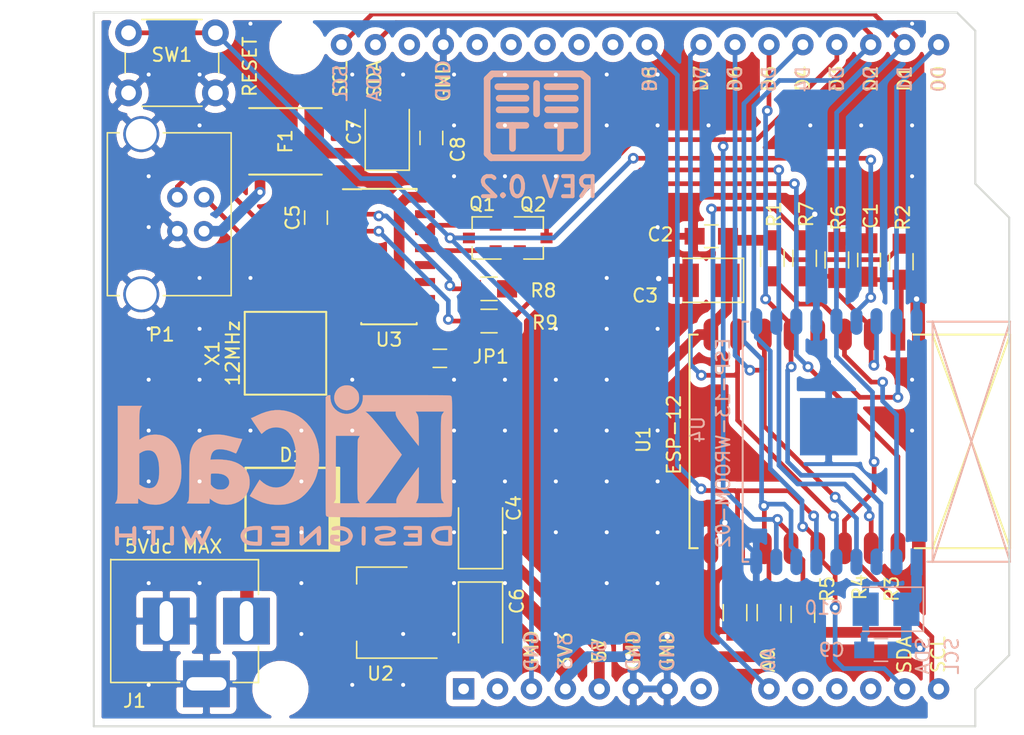
<source format=kicad_pcb>
(kicad_pcb (version 20171130) (host pcbnew 5.0.0-rc1-44a33f2~62~ubuntu16.04.1)
  (layers (0 F.Cu signal) (31 B.Cu signal) (34 B.Paste user) (35 F.Paste user) (36 B.SilkS user) (37 F.SilkS user) (38 B.Mask user) (39 F.Mask user) (44 Edge.Cuts user))
  (net 0 "")
  (net 1 /GPIO5)
  (net 2 /GPIO4)
  (net 3 GND)
  (net 4 /A0)
  (net 5 /RX)
  (net 6 /TX)
  (net 7 /RESET)
  (net 8 +3V3)
  (net 9 "Net-(C5-Pad1)")
  (net 10 +5V)
  (net 11 "Net-(JP1-Pad2)")
  (net 12 "Net-(P1-Pad2)")
  (net 13 "Net-(F1-Pad2)")
  (net 14 "Net-(P1-Pad3)")
  (net 15 /RTS)
  (net 16 /DTR)
  (net 17 /GPIO0)
  (net 18 /EN)
  (net 19 /GPIO2)
  (net 20 /GPIO15)
  (net 21 /ADC)
  (net 22 /GPIO16)
  (net 23 /GPIO14)
  (net 24 /GPIO12)
  (net 25 /GPIO13)
  (net 26 "Net-(U3-Pad7)")
  (net 27 "Net-(U3-Pad8)")
  (net 28 "Net-(R8-Pad1)")
  (net 29 "Net-(R9-Pad1)")
  (net 30 "Net-(D1-Pad2)")
  (module w_smd_diode:do214ab (layer F.Cu) (at 125.984 116.967 180)
    (fp_text reference D1 (at 0 4.064 180) (layer F.SilkS))
    (fp_text value SS34 hide)
    (pad 2 smd rect (at 3.39852 0 180) (size 1.99898 3.19786) (layers F.Cu F.Paste F.Mask) (net 30 "Net-(D1-Pad2)"))
    (pad 1 smd rect (at -3.39852 0 180) (size 1.99898 3.19786) (layers F.Cu F.Paste F.Mask) (net 10 +5V))
  )
  (module myfootprints:ESP-13-WROOM-02 (layer B.Cu) (at 172.72 120.904 90)
    (fp_text reference U4 (at 9.906 -16.383 90) (layer B.SilkS) (effects (justify mirror)))
    (fp_text value ESP-13-WROOM-02 (at 8.89 -14.478 90) (layer B.SilkS) (effects (justify mirror)))
    (pad 10 smd oval (at 18 -12 90) (size 2 0.9) (layers B.Cu B.Paste B.Mask) (net 2 /GPIO4))
    (pad 9 smd oval (at 0 -12 90) (size 2 0.9) (layers B.Cu B.Paste B.Mask) (net 3 GND))
    (pad 1 smd rect (at 0 0 90) (size 2 0.9) (layers B.Cu B.Paste B.Mask) (net 8 +3V3))
    (pad 2 smd oval (at 0 -1.5 90) (size 2 0.9) (layers B.Cu B.Paste B.Mask) (net 18 /EN))
    (pad 3 smd oval (at 0 -3 90) (size 2 0.9) (layers B.Cu B.Paste B.Mask) (net 23 /GPIO14))
    (pad 4 smd oval (at 0 -4.5 90) (size 2 0.9) (layers B.Cu B.Paste B.Mask) (net 24 /GPIO12))
    (pad 5 smd oval (at 0 -6 90) (size 2 0.9) (layers B.Cu B.Paste B.Mask) (net 25 /GPIO13))
    (pad 6 smd oval (at 0 -7.5 90) (size 2 0.9) (layers B.Cu B.Paste B.Mask) (net 20 /GPIO15))
    (pad 7 smd oval (at 0 -9 90) (size 2 0.9) (layers B.Cu B.Paste B.Mask) (net 19 /GPIO2))
    (pad 8 smd oval (at 0 -10.5 90) (size 2 0.9) (layers B.Cu B.Paste B.Mask) (net 17 /GPIO0))
    (pad 11 smd oval (at 18 -10.5 90) (size 2 0.9) (layers B.Cu B.Paste B.Mask) (net 5 /RX))
    (pad 12 smd oval (at 18 -9 90) (size 2 0.9) (layers B.Cu B.Paste B.Mask) (net 6 /TX))
    (pad 13 smd oval (at 18 -7.5 90) (size 2 0.9) (layers B.Cu B.Paste B.Mask) (net 3 GND))
    (pad 14 smd oval (at 18 -6 90) (size 2 0.9) (layers B.Cu B.Paste B.Mask) (net 1 /GPIO5))
    (pad 15 smd oval (at 18 -4.5 90) (size 2 0.9) (layers B.Cu B.Paste B.Mask) (net 7 /RESET))
    (pad 16 smd oval (at 18 -3 90) (size 2 0.9) (layers B.Cu B.Paste B.Mask) (net 21 /ADC))
    (pad 17 smd oval (at 18 -1.5 90) (size 2 0.9) (layers B.Cu B.Paste B.Mask) (net 22 /GPIO16))
    (pad 18 smd oval (at 18 0 90) (size 2 0.9) (layers B.Cu B.Paste B.Mask) (net 3 GND))
    (pad PAD smd rect (at 10.12 -6.58 90) (size 4.3 4.3) (layers B.Cu B.Paste B.Mask) (net 3 GND))
  )
  (module myfootprints:ESP-12 (layer F.Cu) (at 171.323 103.886 270)
    (fp_text reference U1 (at 7.874 19.05 90) (layer F.SilkS))
    (fp_text value ESP-12 (at 7.493 16.764 270) (layer F.SilkS))
    (pad 16 smd oval (at 16 0 270) (size 2.4 1.1) (layers F.Cu F.Paste F.Mask) (net 6 /TX))
    (pad 15 smd oval (at 16 2 270) (size 2.4 1.1) (layers F.Cu F.Paste F.Mask) (net 5 /RX))
    (pad 14 smd oval (at 16 4 270) (size 2.4 1.1) (layers F.Cu F.Paste F.Mask) (net 1 /GPIO5))
    (pad 13 smd oval (at 16 6 270) (size 2.4 1.1) (layers F.Cu F.Paste F.Mask) (net 2 /GPIO4))
    (pad 12 smd oval (at 16 8 270) (size 2.4 1.1) (layers F.Cu F.Paste F.Mask) (net 17 /GPIO0))
    (pad 11 smd oval (at 16 10 270) (size 2.4 1.1) (layers F.Cu F.Paste F.Mask) (net 19 /GPIO2))
    (pad 10 smd oval (at 16 12 270) (size 2.4 1.1) (layers F.Cu F.Paste F.Mask) (net 20 /GPIO15))
    (pad 9 smd oval (at 16 14 270) (size 2.4 1.1) (layers F.Cu F.Paste F.Mask) (net 3 GND))
    (pad 8 smd oval (at 0 14 270) (size 2.4 1.1) (layers F.Cu F.Paste F.Mask) (net 8 +3V3))
    (pad 7 smd oval (at 0 12 270) (size 2.4 1.1) (layers F.Cu F.Paste F.Mask) (net 25 /GPIO13))
    (pad 6 smd oval (at 0 10 270) (size 2.4 1.1) (layers F.Cu F.Paste F.Mask) (net 24 /GPIO12))
    (pad 5 smd oval (at 0 8 270) (size 2.4 1.1) (layers F.Cu F.Paste F.Mask) (net 23 /GPIO14))
    (pad 4 smd oval (at 0 6 270) (size 2.4 1.1) (layers F.Cu F.Paste F.Mask) (net 22 /GPIO16))
    (pad 3 smd oval (at 0 4 270) (size 2.4 1.1) (layers F.Cu F.Paste F.Mask) (net 18 /EN))
    (pad 2 smd oval (at 0 2 270) (size 2.4 1.1) (layers F.Cu F.Paste F.Mask) (net 21 /ADC))
    (pad 1 smd rect (at 0 0 270) (size 2.4 1.1) (layers F.Cu F.Paste F.Mask) (net 7 /RESET))
  )
  (module Connectors:BARREL_JACK (layer F.Cu) (at 122.555 125.349)
    (fp_text reference J1 (at -8.382 5.969 180) (layer F.SilkS))
    (fp_text value Barrel_Jack)
    (pad 1 thru_hole rect (at 0 0) (size 3.5 3.5) (drill oval 1 3) (layers *.Cu *.Mask) (net 30 "Net-(D1-Pad2)"))
    (pad 2 thru_hole rect (at -6 0) (size 3.5 3.5) (drill oval 1 3) (layers *.Cu *.Mask) (net 3 GND))
    (pad 3 thru_hole rect (at -3 4.7) (size 3.5 3.5) (drill oval 3 1) (layers *.Cu *.Mask) (net 3 GND))
  )
  (module Modules:Arduino_UNO_R3 (layer B.Cu) (at 138.811 130.429)
    (fp_text reference A1 hide)
    (fp_text value Arduino_UNO_R3)
    (pad 32 thru_hole oval (at -9.14 -48.26 270) (size 1.6 1.6) (drill 0.8) (layers *.Cu *.Mask) (net 1 /GPIO5))
    (pad 31 thru_hole oval (at -6.6 -48.26 270) (size 1.6 1.6) (drill 0.8) (layers *.Cu *.Mask) (net 2 /GPIO4))
    (pad 1 thru_hole rect (at 0 0 270) (size 1.6 1.6) (drill 0.8) (layers *.Cu *.Mask))
    (pad 17 thru_hole oval (at 30.48 -48.26 270) (size 1.6 1.6) (drill 0.8) (layers *.Cu *.Mask) (net 2 /GPIO4))
    (pad 2 thru_hole oval (at 2.54 0 270) (size 1.6 1.6) (drill 0.8) (layers *.Cu *.Mask))
    (pad 18 thru_hole oval (at 27.94 -48.26 270) (size 1.6 1.6) (drill 0.8) (layers *.Cu *.Mask) (net 17 /GPIO0))
    (pad 3 thru_hole oval (at 5.08 0 270) (size 1.6 1.6) (drill 0.8) (layers *.Cu *.Mask) (net 7 /RESET))
    (pad 19 thru_hole oval (at 25.4 -48.26 270) (size 1.6 1.6) (drill 0.8) (layers *.Cu *.Mask) (net 19 /GPIO2))
    (pad 4 thru_hole oval (at 7.62 0 270) (size 1.6 1.6) (drill 0.8) (layers *.Cu *.Mask) (net 8 +3V3))
    (pad 20 thru_hole oval (at 22.86 -48.26 270) (size 1.6 1.6) (drill 0.8) (layers *.Cu *.Mask) (net 23 /GPIO14))
    (pad 5 thru_hole oval (at 10.16 0 270) (size 1.6 1.6) (drill 0.8) (layers *.Cu *.Mask) (net 10 +5V))
    (pad 21 thru_hole oval (at 20.32 -48.26 270) (size 1.6 1.6) (drill 0.8) (layers *.Cu *.Mask) (net 24 /GPIO12))
    (pad 6 thru_hole oval (at 12.7 0 270) (size 1.6 1.6) (drill 0.8) (layers *.Cu *.Mask) (net 3 GND))
    (pad 22 thru_hole oval (at 17.78 -48.26 270) (size 1.6 1.6) (drill 0.8) (layers *.Cu *.Mask) (net 25 /GPIO13))
    (pad 7 thru_hole oval (at 15.24 0 270) (size 1.6 1.6) (drill 0.8) (layers *.Cu *.Mask) (net 3 GND))
    (pad 23 thru_hole oval (at 13.72 -48.26 270) (size 1.6 1.6) (drill 0.8) (layers *.Cu *.Mask) (net 20 /GPIO15))
    (pad 8 thru_hole oval (at 17.78 0 270) (size 1.6 1.6) (drill 0.8) (layers *.Cu *.Mask))
    (pad 24 thru_hole oval (at 11.18 -48.26 270) (size 1.6 1.6) (drill 0.8) (layers *.Cu *.Mask))
    (pad 9 thru_hole oval (at 22.86 0 270) (size 1.6 1.6) (drill 0.8) (layers *.Cu *.Mask) (net 4 /A0))
    (pad 25 thru_hole oval (at 8.64 -48.26 270) (size 1.6 1.6) (drill 0.8) (layers *.Cu *.Mask))
    (pad 10 thru_hole oval (at 25.4 0 270) (size 1.6 1.6) (drill 0.8) (layers *.Cu *.Mask))
    (pad 26 thru_hole oval (at 6.1 -48.26 270) (size 1.6 1.6) (drill 0.8) (layers *.Cu *.Mask))
    (pad 11 thru_hole oval (at 27.94 0 270) (size 1.6 1.6) (drill 0.8) (layers *.Cu *.Mask))
    (pad 27 thru_hole oval (at 3.56 -48.26 270) (size 1.6 1.6) (drill 0.8) (layers *.Cu *.Mask))
    (pad 12 thru_hole oval (at 30.48 0 270) (size 1.6 1.6) (drill 0.8) (layers *.Cu *.Mask))
    (pad 28 thru_hole oval (at 1.02 -48.26 270) (size 1.6 1.6) (drill 0.8) (layers *.Cu *.Mask))
    (pad 13 thru_hole oval (at 33.02 0 270) (size 1.6 1.6) (drill 0.8) (layers *.Cu *.Mask) (net 2 /GPIO4))
    (pad 29 thru_hole oval (at -1.52 -48.26 270) (size 1.6 1.6) (drill 0.8) (layers *.Cu *.Mask) (net 3 GND))
    (pad 14 thru_hole oval (at 35.56 0 270) (size 1.6 1.6) (drill 0.8) (layers *.Cu *.Mask) (net 1 /GPIO5))
    (pad 30 thru_hole oval (at -4.06 -48.26 270) (size 1.6 1.6) (drill 0.8) (layers *.Cu *.Mask))
    (pad 15 thru_hole oval (at 35.56 -48.26 270) (size 1.6 1.6) (drill 0.8) (layers *.Cu *.Mask) (net 22 /GPIO16))
    (pad 16 thru_hole oval (at 33.02 -48.26 270) (size 1.6 1.6) (drill 0.8) (layers *.Cu *.Mask) (net 1 /GPIO5))
  )
  (module Connectors:USB_B (layer F.Cu) (at 119.38 96.139 180)
    (fp_text reference P1 (at 3.175 -7.747) (layer F.SilkS))
    (fp_text value USB)
    (pad 2 thru_hole circle (at 0 2.54 90) (size 1.52 1.52) (drill 0.81) (layers *.Cu *.Mask) (net 12 "Net-(P1-Pad2)"))
    (pad 1 thru_hole circle (at 0 0 90) (size 1.52 1.52) (drill 0.81) (layers *.Cu *.Mask) (net 13 "Net-(F1-Pad2)"))
    (pad 4 thru_hole circle (at 2 0 90) (size 1.52 1.52) (drill 0.81) (layers *.Cu *.Mask) (net 3 GND))
    (pad 3 thru_hole circle (at 2 2.54 90) (size 1.52 1.52) (drill 0.81) (layers *.Cu *.Mask) (net 14 "Net-(P1-Pad3)"))
    (pad 5 thru_hole circle (at 4.7 7.27 90) (size 2.7 2.7) (drill 2.3) (layers *.Cu *.Mask) (net 3 GND))
    (pad 5 thru_hole circle (at 4.7 -4.73 90) (size 2.7 2.7) (drill 2.3) (layers *.Cu *.Mask) (net 3 GND))
  )
  (module myfootprints:my_logo (layer B.Cu) (at 144.272 88.138 180)
    (fp_text reference REF** hide)
    (fp_text value my_logo hide)
  )
  (module Symbols:KiCad-Logo2_12mm_SilkScreen (layer B.Cu) (at 125.349 113.665 180)
    (fp_text reference REF*** hide)
    (fp_text value KiCad-Logo2_12mm_SilkScreen hide)
  )
  (module Mounting_Holes:MountingHole_3.2mm_M3 (layer F.Cu) (at 125.095 130.429)
    (fp_text reference REF** hide)
    (fp_text value MountingHole_3.2mm_M3)
    (pad 1 np_thru_hole circle (at 0 0) (size 3.2 3.2) (drill 3.2) (layers *.Cu *.Mask))
  )
  (module Mounting_Holes:MountingHole_3.2mm_M3 (layer F.Cu) (at 126.365 82.296)
    (fp_text reference REF** hide)
    (fp_text value MountingHole_3.2mm_M3)
    (pad 1 np_thru_hole circle (at 0 0) (size 3.2 3.2) (drill 3.2) (layers *.Cu *.Mask))
  )
  (module Mounting_Holes:MountingHole_3.2mm_M3 (layer F.Cu) (at 177.165 97.536)
    (fp_text reference REF** hide)
    (fp_text value MountingHole_3.2mm_M3)
    (pad 1 np_thru_hole circle (at 0 0) (size 3.2 3.2) (drill 3.2) (layers *.Cu *.Mask))
  )
  (module Mounting_Holes:MountingHole_3.2mm_M3 (layer F.Cu) (at 177.292 125.476)
    (fp_text reference REF** hide)
    (fp_text value MountingHole_3.2mm_M3)
    (pad 1 np_thru_hole circle (at 0 0) (size 3.2 3.2) (drill 3.2) (layers *.Cu *.Mask))
  )
  (module Capacitors_SMD:C_0805_HandSoldering (layer F.Cu) (at 169.164 98.298 270)
    (fp_text reference C1 (at -3.302 -0.127 270) (layer F.SilkS))
    (fp_text value 100n)
    (pad 2 smd rect (at 1.25 0 270) (size 1.5 1.25) (layers F.Cu F.Paste F.Mask) (net 7 /RESET))
    (pad 1 smd rect (at -1.25 0 270) (size 1.5 1.25) (layers F.Cu F.Paste F.Mask) (net 3 GND))
  )
  (module Capacitors_SMD:C_0805_HandSoldering (layer F.Cu) (at 157.353 96.52)
    (fp_text reference C2 (at -3.81 -0.127) (layer F.SilkS))
    (fp_text value 100n)
    (pad 1 smd rect (at -1.25 0) (size 1.5 1.25) (layers F.Cu F.Paste F.Mask) (net 3 GND))
    (pad 2 smd rect (at 1.25 0) (size 1.5 1.25) (layers F.Cu F.Paste F.Mask) (net 8 +3V3))
  )
  (module Capacitors_SMD:C_0805_HandSoldering (layer F.Cu) (at 127.762 95.123 90)
    (fp_text reference C5 (at 0 -1.75 90) (layer F.SilkS))
    (fp_text value 10n)
    (pad 1 smd rect (at -1.25 0 90) (size 1.5 1.25) (layers F.Cu F.Paste F.Mask) (net 9 "Net-(C5-Pad1)"))
    (pad 2 smd rect (at 1.25 0 90) (size 1.5 1.25) (layers F.Cu F.Paste F.Mask) (net 3 GND))
  )
  (module Capacitors_SMD:C_0805_HandSoldering (layer F.Cu) (at 136.398 89.154 270)
    (fp_text reference C8 (at 0.8636 -1.9812 270) (layer F.SilkS))
    (fp_text value 100n)
    (pad 2 smd rect (at 1.25 0 270) (size 1.5 1.25) (layers F.Cu F.Paste F.Mask) (net 10 +5V))
    (pad 1 smd rect (at -1.25 0 270) (size 1.5 1.25) (layers F.Cu F.Paste F.Mask) (net 3 GND))
  )
  (module Resistors_SMD:R_0603_HandSoldering (layer F.Cu) (at 137.033 105.664 180)
    (fp_text reference JP1 (at -3.81 0.127 180) (layer F.SilkS))
    (fp_text value CTS)
    (pad 1 smd rect (at -1.1 0 180) (size 1.2 0.9) (layers F.Cu F.Paste F.Mask) (net 3 GND))
    (pad 2 smd rect (at 1.1 0 180) (size 1.2 0.9) (layers F.Cu F.Paste F.Mask) (net 11 "Net-(JP1-Pad2)"))
  )
  (module TO_SOT_Packages_SMD:SOT-23 (layer F.Cu) (at 140.208 96.647 180)
    (fp_text reference Q1 (at 0 2.54 180) (layer F.SilkS))
    (fp_text value 2N2222)
    (pad 3 smd rect (at 1 0 180) (size 0.9 0.8) (layers F.Cu F.Paste F.Mask) (net 7 /RESET))
    (pad 2 smd rect (at -1 0.95 180) (size 0.9 0.8) (layers F.Cu F.Paste F.Mask) (net 15 /RTS))
    (pad 1 smd rect (at -1 -0.95 180) (size 0.9 0.8) (layers F.Cu F.Paste F.Mask) (net 16 /DTR))
  )
  (module TO_SOT_Packages_SMD:SOT-23 (layer F.Cu) (at 144.018 96.647)
    (fp_text reference Q2 (at 0 -2.5) (layer F.SilkS))
    (fp_text value 2N2222)
    (pad 1 smd rect (at -1 -0.95) (size 0.9 0.8) (layers F.Cu F.Paste F.Mask) (net 15 /RTS))
    (pad 2 smd rect (at -1 0.95) (size 0.9 0.8) (layers F.Cu F.Paste F.Mask) (net 16 /DTR))
    (pad 3 smd rect (at 1 0) (size 0.9 0.8) (layers F.Cu F.Paste F.Mask) (net 17 /GPIO0))
  )
  (module Resistors_SMD:R_0805_HandSoldering (layer F.Cu) (at 161.925 98.171 90)
    (fp_text reference R1 (at 3.302 0.127 90) (layer F.SilkS))
    (fp_text value 10K)
    (pad 1 smd rect (at -1.35 0 90) (size 1.5 1.3) (layers F.Cu F.Paste F.Mask) (net 18 /EN))
    (pad 2 smd rect (at 1.35 0 90) (size 1.5 1.3) (layers F.Cu F.Paste F.Mask) (net 8 +3V3))
  )
  (module Resistors_SMD:R_0805_HandSoldering (layer F.Cu) (at 171.577 98.425 90)
    (fp_text reference R2 (at 3.302 0.127 90) (layer F.SilkS))
    (fp_text value 10K)
    (pad 1 smd rect (at -1.35 0 90) (size 1.5 1.3) (layers F.Cu F.Paste F.Mask) (net 7 /RESET))
    (pad 2 smd rect (at 1.35 0 90) (size 1.5 1.3) (layers F.Cu F.Paste F.Mask) (net 8 +3V3))
  )
  (module Resistors_SMD:R_0805_HandSoldering (layer F.Cu) (at 164.211 124.841 270)
    (fp_text reference R3 (at -1.905 -6.6548 270) (layer F.SilkS))
    (fp_text value 10K)
    (pad 2 smd rect (at 1.35 0 270) (size 1.5 1.3) (layers F.Cu F.Paste F.Mask) (net 8 +3V3))
    (pad 1 smd rect (at -1.35 0 270) (size 1.5 1.3) (layers F.Cu F.Paste F.Mask) (net 17 /GPIO0))
  )
  (module Resistors_SMD:R_0805_HandSoldering (layer F.Cu) (at 161.671 124.714 270)
    (fp_text reference R4 (at -1.905 -6.7818 270) (layer F.SilkS))
    (fp_text value 10K)
    (pad 1 smd rect (at -1.35 0 270) (size 1.5 1.3) (layers F.Cu F.Paste F.Mask) (net 19 /GPIO2))
    (pad 2 smd rect (at 1.35 0 270) (size 1.5 1.3) (layers F.Cu F.Paste F.Mask) (net 8 +3V3))
  )
  (module Resistors_SMD:R_0805_HandSoldering (layer F.Cu) (at 159.131 124.714 270)
    (fp_text reference R5 (at -1.778 -6.9088 270) (layer F.SilkS))
    (fp_text value 10K)
    (pad 2 smd rect (at 1.35 0 270) (size 1.5 1.3) (layers F.Cu F.Paste F.Mask) (net 3 GND))
    (pad 1 smd rect (at -1.35 0 270) (size 1.5 1.3) (layers F.Cu F.Paste F.Mask) (net 20 /GPIO15))
  )
  (module Resistors_SMD:R_0805_HandSoldering (layer F.Cu) (at 166.751 98.298 90)
    (fp_text reference R6 (at 3.175 0.127 90) (layer F.SilkS))
    (fp_text value 100K)
    (pad 1 smd rect (at -1.35 0 90) (size 1.5 1.3) (layers F.Cu F.Paste F.Mask) (net 21 /ADC))
    (pad 2 smd rect (at 1.35 0 90) (size 1.5 1.3) (layers F.Cu F.Paste F.Mask) (net 3 GND))
  )
  (module Resistors_SMD:R_0805_HandSoldering (layer F.Cu) (at 164.338 98.171 270)
    (fp_text reference R7 (at -3.302 -0.127 270) (layer F.SilkS))
    (fp_text value 220K)
    (pad 2 smd rect (at 1.35 0 270) (size 1.5 1.3) (layers F.Cu F.Paste F.Mask) (net 21 /ADC))
    (pad 1 smd rect (at -1.35 0 270) (size 1.5 1.3) (layers F.Cu F.Paste F.Mask) (net 4 /A0))
  )
  (module TO_SOT_Packages_SMD:SOT-223 (layer F.Cu) (at 132.715 124.714 180)
    (fp_text reference U2 (at 0.127 -4.572 180) (layer F.SilkS))
    (fp_text value AMS1117-3.3)
    (pad 4 smd rect (at 3.15 0 180) (size 2 3.8) (layers F.Cu F.Paste F.Mask))
    (pad 2 smd rect (at -3.15 0 180) (size 2 1.5) (layers F.Cu F.Paste F.Mask) (net 8 +3V3))
    (pad 3 smd rect (at -3.15 2.3 180) (size 2 1.5) (layers F.Cu F.Paste F.Mask) (net 10 +5V))
    (pad 1 smd rect (at -3.15 -2.3 180) (size 2 1.5) (layers F.Cu F.Paste F.Mask) (net 3 GND))
  )
  (module Housings_SOIC:SOIC-16_3.9x9.9mm_Pitch1.27mm (layer F.Cu) (at 133.223 98.044)
    (fp_text reference U3 (at 0 6.223) (layer F.SilkS))
    (fp_text value CH340G)
    (pad 1 smd rect (at -2.7 -4.445) (size 1.5 0.6) (layers F.Cu F.Paste F.Mask) (net 3 GND))
    (pad 2 smd rect (at -2.7 -3.175) (size 1.5 0.6) (layers F.Cu F.Paste F.Mask) (net 28 "Net-(R8-Pad1)"))
    (pad 3 smd rect (at -2.7 -1.905) (size 1.5 0.6) (layers F.Cu F.Paste F.Mask) (net 29 "Net-(R9-Pad1)"))
    (pad 4 smd rect (at -2.7 -0.635) (size 1.5 0.6) (layers F.Cu F.Paste F.Mask) (net 9 "Net-(C5-Pad1)"))
    (pad 5 smd rect (at -2.7 0.635) (size 1.5 0.6) (layers F.Cu F.Paste F.Mask) (net 14 "Net-(P1-Pad3)"))
    (pad 6 smd rect (at -2.7 1.905) (size 1.5 0.6) (layers F.Cu F.Paste F.Mask) (net 12 "Net-(P1-Pad2)"))
    (pad 7 smd rect (at -2.7 3.175) (size 1.5 0.6) (layers F.Cu F.Paste F.Mask) (net 26 "Net-(U3-Pad7)"))
    (pad 8 smd rect (at -2.7 4.445) (size 1.5 0.6) (layers F.Cu F.Paste F.Mask) (net 27 "Net-(U3-Pad8)"))
    (pad 9 smd rect (at 2.7 4.445) (size 1.5 0.6) (layers F.Cu F.Paste F.Mask) (net 11 "Net-(JP1-Pad2)"))
    (pad 10 smd rect (at 2.7 3.175) (size 1.5 0.6) (layers F.Cu F.Paste F.Mask))
    (pad 11 smd rect (at 2.7 1.905) (size 1.5 0.6) (layers F.Cu F.Paste F.Mask))
    (pad 12 smd rect (at 2.7 0.635) (size 1.5 0.6) (layers F.Cu F.Paste F.Mask))
    (pad 13 smd rect (at 2.7 -0.635) (size 1.5 0.6) (layers F.Cu F.Paste F.Mask) (net 16 /DTR))
    (pad 14 smd rect (at 2.7 -1.905) (size 1.5 0.6) (layers F.Cu F.Paste F.Mask) (net 15 /RTS))
    (pad 15 smd rect (at 2.7 -3.175) (size 1.5 0.6) (layers F.Cu F.Paste F.Mask))
    (pad 16 smd rect (at 2.7 -4.445) (size 1.5 0.6) (layers F.Cu F.Paste F.Mask) (net 10 +5V))
  )
  (module myfootprints:ZTTCS-3 (layer F.Cu) (at 125.476 105.283 270)
    (fp_text reference X1 (at 0 5.461 270) (layer F.SilkS))
    (fp_text value 12MHz (at 0 3.937 270) (layer F.SilkS))
    (pad 1 smd rect (at -1.95 0 270) (size 0.8 5.1) (layers F.Cu F.Paste F.Mask) (net 26 "Net-(U3-Pad7)"))
    (pad 2 smd rect (at 0 0 270) (size 1.3 5.1) (layers F.Cu F.Paste F.Mask) (net 3 GND))
    (pad 3 smd rect (at 1.95 0 270) (size 0.8 5.1) (layers F.Cu F.Paste F.Mask) (net 27 "Net-(U3-Pad8)"))
  )
  (module Buttons_Switches_THT:SW_PUSH_6mm (layer F.Cu) (at 113.7285 81.28)
    (fp_text reference SW1 (at 3.2385 1.651) (layer F.SilkS))
    (fp_text value RESET (at 9.0805 2.54 90) (layer F.SilkS))
    (pad 2 thru_hole circle (at 0 4.5 90) (size 2 2) (drill 1.1) (layers *.Cu *.Mask) (net 3 GND))
    (pad 1 thru_hole circle (at 0 0 90) (size 2 2) (drill 1.1) (layers *.Cu *.Mask) (net 7 /RESET))
    (pad 2 thru_hole circle (at 6.5 4.5 90) (size 2 2) (drill 1.1) (layers *.Cu *.Mask) (net 3 GND))
    (pad 1 thru_hole circle (at 6.5 0 90) (size 2 2) (drill 1.1) (layers *.Cu *.Mask) (net 7 /RESET))
  )
  (module Capacitors_Tantalum_SMD:CP_Tantalum_Case-B_EIA-3528-21_Reflow (layer F.Cu) (at 156.972 99.822 180)
    (fp_text reference C3 (at 4.572 -1.143 180) (layer F.SilkS))
    (fp_text value 10u)
    (pad 1 smd rect (at -1.525 0 180) (size 1.95 2.5) (layers F.Cu F.Paste F.Mask) (net 8 +3V3))
    (pad 2 smd rect (at 1.525 0 180) (size 1.95 2.5) (layers F.Cu F.Paste F.Mask) (net 3 GND))
  )
  (module Capacitors_Tantalum_SMD:CP_Tantalum_Case-B_EIA-3528-21_Reflow (layer F.Cu) (at 140.081 118.618 90)
    (fp_text reference C4 (at 1.7272 2.4892 90) (layer F.SilkS))
    (fp_text value 22u)
    (pad 2 smd rect (at 1.525 0 90) (size 1.95 2.5) (layers F.Cu F.Paste F.Mask) (net 3 GND))
    (pad 1 smd rect (at -1.525 0 90) (size 1.95 2.5) (layers F.Cu F.Paste F.Mask) (net 10 +5V))
  )
  (module Capacitors_Tantalum_SMD:CP_Tantalum_Case-B_EIA-3528-21_Reflow (layer F.Cu) (at 140.081 125.222 270)
    (fp_text reference C6 (at -1.3716 -2.7178 270) (layer F.SilkS))
    (fp_text value 22u)
    (pad 2 smd rect (at 1.525 0 270) (size 1.95 2.5) (layers F.Cu F.Paste F.Mask) (net 3 GND))
    (pad 1 smd rect (at -1.525 0 270) (size 1.95 2.5) (layers F.Cu F.Paste F.Mask) (net 8 +3V3))
  )
  (module Capacitors_Tantalum_SMD:CP_Tantalum_Case-B_EIA-3528-21_Reflow (layer F.Cu) (at 133.096 88.773 90)
    (fp_text reference C7 (at 0.0508 -2.4892 90) (layer F.SilkS))
    (fp_text value 10u)
    (pad 1 smd rect (at -1.525 0 90) (size 1.95 2.5) (layers F.Cu F.Paste F.Mask) (net 10 +5V))
    (pad 2 smd rect (at 1.525 0 90) (size 1.95 2.5) (layers F.Cu F.Paste F.Mask) (net 3 GND))
  )
  (module myfootprints:mf-smdf050 (layer F.Cu) (at 125.476 89.408 90)
    (fp_text reference F1 (at 0 0 90) (layer F.SilkS))
    (fp_text value MF-SMDF050)
    (pad 1 smd rect (at 0 2.15 90) (size 4.84 1.46) (layers F.Cu F.Paste F.Mask) (net 10 +5V))
    (pad 2 smd rect (at 0 -2.15 90) (size 4.84 1.46) (layers F.Cu F.Paste F.Mask) (net 13 "Net-(F1-Pad2)"))
  )
  (module Resistors_SMD:R_0805_HandSoldering (layer F.Cu) (at 140.716 100.457)
    (fp_text reference R8 (at 4.064 0.127) (layer F.SilkS))
    (fp_text value 470)
    (pad 2 smd rect (at 1.35 0) (size 1.5 1.3) (layers F.Cu F.Paste F.Mask) (net 5 /RX))
    (pad 1 smd rect (at -1.35 0) (size 1.5 1.3) (layers F.Cu F.Paste F.Mask) (net 28 "Net-(R8-Pad1)"))
  )
  (module Resistors_SMD:R_0805_HandSoldering (layer F.Cu) (at 140.716 102.87)
    (fp_text reference R9 (at 4.191 0.127) (layer F.SilkS))
    (fp_text value 470)
    (pad 1 smd rect (at -1.35 0) (size 1.5 1.3) (layers F.Cu F.Paste F.Mask) (net 29 "Net-(R9-Pad1)"))
    (pad 2 smd rect (at 1.35 0) (size 1.5 1.3) (layers F.Cu F.Paste F.Mask) (net 6 /TX))
  )
  (module Capacitors_SMD:C_0805_HandSoldering (layer B.Cu) (at 170.053 127.508)
    (fp_text reference C9 (at -3.683 0) (layer B.SilkS) (effects (justify mirror)))
    (fp_text value 100n)
    (pad 1 smd rect (at -1.25 0) (size 1.5 1.25) (layers B.Cu B.Paste B.Mask) (net 3 GND))
    (pad 2 smd rect (at 1.25 0) (size 1.5 1.25) (layers B.Cu B.Paste B.Mask) (net 8 +3V3))
  )
  (module Capacitors_Tantalum_SMD:CP_Tantalum_Case-B_EIA-3528-21_Reflow (layer B.Cu) (at 170.434 124.46 180)
    (fp_text reference C10 (at 4.650999 0.1105 180) (layer B.SilkS) (effects (justify mirror)))
    (fp_text value 10u)
    (pad 1 smd rect (at -1.525 0 180) (size 1.95 2.5) (layers B.Cu B.Paste B.Mask) (net 8 +3V3))
    (pad 2 smd rect (at 1.525 0 180) (size 1.95 2.5) (layers B.Cu B.Paste B.Mask) (net 3 GND))
  )
  (module VIA_MATRIX (layer F.Cu) (at 122.854999 80.5945)
    (fp_text reference V5_1 hide)
    (fp_text value AUTO_VIA hide)
    (pad 1 thru_hole circle (at 0 0) (size 0.4 0.4) (drill 0.3) (layers *.Cu) (net 3 GND) (clearance 0.3))
  )
  (module VIA_MATRIX (layer F.Cu) (at 172.384999 80.5945)
    (fp_text reference V18_1 hide)
    (fp_text value AUTO_VIA hide)
    (pad 1 thru_hole circle (at 0 0) (size 0.4 0.4) (drill 0.3) (layers *.Cu) (net 3 GND) (clearance 0.3))
  )
  (module VIA_MATRIX (layer F.Cu) (at 115.234999 84.4045)
    (fp_text reference V3_2 hide)
    (fp_text value AUTO_VIA hide)
    (pad 1 thru_hole circle (at 0 0) (size 0.4 0.4) (drill 0.3) (layers *.Cu) (net 3 GND) (clearance 0.3))
  )
  (module VIA_MATRIX (layer F.Cu) (at 119.044999 84.4045)
    (fp_text reference V4_2 hide)
    (fp_text value AUTO_VIA hide)
    (pad 1 thru_hole circle (at 0 0) (size 0.4 0.4) (drill 0.3) (layers *.Cu) (net 3 GND) (clearance 0.3))
  )
  (module VIA_MATRIX (layer F.Cu) (at 130.474999 84.4045)
    (fp_text reference V7_2 hide)
    (fp_text value AUTO_VIA hide)
    (pad 1 thru_hole circle (at 0 0) (size 0.4 0.4) (drill 0.3) (layers *.Cu) (net 3 GND) (clearance 0.3))
  )
  (module VIA_MATRIX (layer F.Cu) (at 134.284999 84.4045)
    (fp_text reference V8_2 hide)
    (fp_text value AUTO_VIA hide)
    (pad 1 thru_hole circle (at 0 0) (size 0.4 0.4) (drill 0.3) (layers *.Cu) (net 3 GND) (clearance 0.3))
  )
  (module VIA_MATRIX (layer F.Cu) (at 138.094999 84.4045)
    (fp_text reference V9_2 hide)
    (fp_text value AUTO_VIA hide)
    (pad 1 thru_hole circle (at 0 0) (size 0.4 0.4) (drill 0.3) (layers *.Cu) (net 3 GND) (clearance 0.3))
  )
  (module VIA_MATRIX (layer F.Cu) (at 141.904999 84.4045)
    (fp_text reference V10_2 hide)
    (fp_text value AUTO_VIA hide)
    (pad 1 thru_hole circle (at 0 0) (size 0.4 0.4) (drill 0.3) (layers *.Cu) (net 3 GND) (clearance 0.3))
  )
  (module VIA_MATRIX (layer F.Cu) (at 145.714999 84.4045)
    (fp_text reference V11_2 hide)
    (fp_text value AUTO_VIA hide)
    (pad 1 thru_hole circle (at 0 0) (size 0.4 0.4) (drill 0.3) (layers *.Cu) (net 3 GND) (clearance 0.3))
  )
  (module VIA_MATRIX (layer F.Cu) (at 149.524999 84.4045)
    (fp_text reference V12_2 hide)
    (fp_text value AUTO_VIA hide)
    (pad 1 thru_hole circle (at 0 0) (size 0.4 0.4) (drill 0.3) (layers *.Cu) (net 3 GND) (clearance 0.3))
  )
  (module VIA_MATRIX (layer F.Cu) (at 153.334999 84.4045)
    (fp_text reference V13_2 hide)
    (fp_text value AUTO_VIA hide)
    (pad 1 thru_hole circle (at 0 0) (size 0.4 0.4) (drill 0.3) (layers *.Cu) (net 3 GND) (clearance 0.3))
  )
  (module VIA_MATRIX (layer F.Cu) (at 157.144999 84.4045)
    (fp_text reference V14_2 hide)
    (fp_text value AUTO_VIA hide)
    (pad 1 thru_hole circle (at 0 0) (size 0.4 0.4) (drill 0.3) (layers *.Cu) (net 3 GND) (clearance 0.3))
  )
  (module VIA_MATRIX (layer F.Cu) (at 119.044999 88.2145)
    (fp_text reference V4_3 hide)
    (fp_text value AUTO_VIA hide)
    (pad 1 thru_hole circle (at 0 0) (size 0.4 0.4) (drill 0.3) (layers *.Cu) (net 3 GND) (clearance 0.3))
  )
  (module VIA_MATRIX (layer F.Cu) (at 130.474999 88.2145)
    (fp_text reference V7_3 hide)
    (fp_text value AUTO_VIA hide)
    (pad 1 thru_hole circle (at 0 0) (size 0.4 0.4) (drill 0.3) (layers *.Cu) (net 3 GND) (clearance 0.3))
  )
  (module VIA_MATRIX (layer F.Cu) (at 138.094999 88.2145)
    (fp_text reference V9_3 hide)
    (fp_text value AUTO_VIA hide)
    (pad 1 thru_hole circle (at 0 0) (size 0.4 0.4) (drill 0.3) (layers *.Cu) (net 3 GND) (clearance 0.3))
  )
  (module VIA_MATRIX (layer F.Cu) (at 141.904999 88.2145)
    (fp_text reference V10_3 hide)
    (fp_text value AUTO_VIA hide)
    (pad 1 thru_hole circle (at 0 0) (size 0.4 0.4) (drill 0.3) (layers *.Cu) (net 3 GND) (clearance 0.3))
  )
  (module VIA_MATRIX (layer F.Cu) (at 145.714999 88.2145)
    (fp_text reference V11_3 hide)
    (fp_text value AUTO_VIA hide)
    (pad 1 thru_hole circle (at 0 0) (size 0.4 0.4) (drill 0.3) (layers *.Cu) (net 3 GND) (clearance 0.3))
  )
  (module VIA_MATRIX (layer F.Cu) (at 149.524999 88.2145)
    (fp_text reference V12_3 hide)
    (fp_text value AUTO_VIA hide)
    (pad 1 thru_hole circle (at 0 0) (size 0.4 0.4) (drill 0.3) (layers *.Cu) (net 3 GND) (clearance 0.3))
  )
  (module VIA_MATRIX (layer F.Cu) (at 153.334999 88.2145)
    (fp_text reference V13_3 hide)
    (fp_text value AUTO_VIA hide)
    (pad 1 thru_hole circle (at 0 0) (size 0.4 0.4) (drill 0.3) (layers *.Cu) (net 3 GND) (clearance 0.3))
  )
  (module VIA_MATRIX (layer F.Cu) (at 157.144999 88.2145)
    (fp_text reference V14_3 hide)
    (fp_text value AUTO_VIA hide)
    (pad 1 thru_hole circle (at 0 0) (size 0.4 0.4) (drill 0.3) (layers *.Cu) (net 3 GND) (clearance 0.3))
  )
  (module VIA_MATRIX (layer F.Cu) (at 164.764999 88.2145)
    (fp_text reference V16_3 hide)
    (fp_text value AUTO_VIA hide)
    (pad 1 thru_hole circle (at 0 0) (size 0.4 0.4) (drill 0.3) (layers *.Cu) (net 3 GND) (clearance 0.3))
  )
  (module VIA_MATRIX (layer F.Cu) (at 168.574999 88.2145)
    (fp_text reference V17_3 hide)
    (fp_text value AUTO_VIA hide)
    (pad 1 thru_hole circle (at 0 0) (size 0.4 0.4) (drill 0.3) (layers *.Cu) (net 3 GND) (clearance 0.3))
  )
  (module VIA_MATRIX (layer F.Cu) (at 172.384999 88.2145)
    (fp_text reference V18_3 hide)
    (fp_text value AUTO_VIA hide)
    (pad 1 thru_hole circle (at 0 0) (size 0.4 0.4) (drill 0.3) (layers *.Cu) (net 3 GND) (clearance 0.3))
  )
  (module VIA_MATRIX (layer F.Cu) (at 115.234999 92.0245)
    (fp_text reference V3_4 hide)
    (fp_text value AUTO_VIA hide)
    (pad 1 thru_hole circle (at 0 0) (size 0.4 0.4) (drill 0.3) (layers *.Cu) (net 3 GND) (clearance 0.3))
  )
  (module VIA_MATRIX (layer F.Cu) (at 138.094999 92.0245)
    (fp_text reference V9_4 hide)
    (fp_text value AUTO_VIA hide)
    (pad 1 thru_hole circle (at 0 0) (size 0.4 0.4) (drill 0.3) (layers *.Cu) (net 3 GND) (clearance 0.3))
  )
  (module VIA_MATRIX (layer F.Cu) (at 141.904999 92.0245)
    (fp_text reference V10_4 hide)
    (fp_text value AUTO_VIA hide)
    (pad 1 thru_hole circle (at 0 0) (size 0.4 0.4) (drill 0.3) (layers *.Cu) (net 3 GND) (clearance 0.3))
  )
  (module VIA_MATRIX (layer F.Cu) (at 145.714999 92.0245)
    (fp_text reference V11_4 hide)
    (fp_text value AUTO_VIA hide)
    (pad 1 thru_hole circle (at 0 0) (size 0.4 0.4) (drill 0.3) (layers *.Cu) (net 3 GND) (clearance 0.3))
  )
  (module VIA_MATRIX (layer F.Cu) (at 172.384999 92.0245)
    (fp_text reference V18_4 hide)
    (fp_text value AUTO_VIA hide)
    (pad 1 thru_hole circle (at 0 0) (size 0.4 0.4) (drill 0.3) (layers *.Cu) (net 3 GND) (clearance 0.3))
  )
  (module VIA_MATRIX (layer F.Cu) (at 115.234999 95.8345)
    (fp_text reference V3_5 hide)
    (fp_text value AUTO_VIA hide)
    (pad 1 thru_hole circle (at 0 0) (size 0.4 0.4) (drill 0.3) (layers *.Cu) (net 3 GND) (clearance 0.3))
  )
  (module VIA_MATRIX (layer F.Cu) (at 153.334999 95.8345)
    (fp_text reference V13_5 hide)
    (fp_text value AUTO_VIA hide)
    (pad 1 thru_hole circle (at 0 0) (size 0.4 0.4) (drill 0.3) (layers *.Cu) (net 3 GND) (clearance 0.3))
  )
  (module VIA_MATRIX (layer F.Cu) (at 119.044999 99.6445)
    (fp_text reference V4_6 hide)
    (fp_text value AUTO_VIA hide)
    (pad 1 thru_hole circle (at 0 0) (size 0.4 0.4) (drill 0.3) (layers *.Cu) (net 3 GND) (clearance 0.3))
  )
  (module VIA_MATRIX (layer F.Cu) (at 122.854999 99.6445)
    (fp_text reference V5_6 hide)
    (fp_text value AUTO_VIA hide)
    (pad 1 thru_hole circle (at 0 0) (size 0.4 0.4) (drill 0.3) (layers *.Cu) (net 3 GND) (clearance 0.3))
  )
  (module VIA_MATRIX (layer F.Cu) (at 149.524999 99.6445)
    (fp_text reference V12_6 hide)
    (fp_text value AUTO_VIA hide)
    (pad 1 thru_hole circle (at 0 0) (size 0.4 0.4) (drill 0.3) (layers *.Cu) (net 3 GND) (clearance 0.3))
  )
  (module VIA_MATRIX (layer F.Cu) (at 115.234999 103.4545)
    (fp_text reference V3_7 hide)
    (fp_text value AUTO_VIA hide)
    (pad 1 thru_hole circle (at 0 0) (size 0.4 0.4) (drill 0.3) (layers *.Cu) (net 3 GND) (clearance 0.3))
  )
  (module VIA_MATRIX (layer F.Cu) (at 119.044999 103.4545)
    (fp_text reference V4_7 hide)
    (fp_text value AUTO_VIA hide)
    (pad 1 thru_hole circle (at 0 0) (size 0.4 0.4) (drill 0.3) (layers *.Cu) (net 3 GND) (clearance 0.3))
  )
  (module VIA_MATRIX (layer F.Cu) (at 145.714999 103.4545)
    (fp_text reference V11_7 hide)
    (fp_text value AUTO_VIA hide)
    (pad 1 thru_hole circle (at 0 0) (size 0.4 0.4) (drill 0.3) (layers *.Cu) (net 3 GND) (clearance 0.3))
  )
  (module VIA_MATRIX (layer F.Cu) (at 149.524999 103.4545)
    (fp_text reference V12_7 hide)
    (fp_text value AUTO_VIA hide)
    (pad 1 thru_hole circle (at 0 0) (size 0.4 0.4) (drill 0.3) (layers *.Cu) (net 3 GND) (clearance 0.3))
  )
  (module VIA_MATRIX (layer F.Cu) (at 153.334999 103.4545)
    (fp_text reference V13_7 hide)
    (fp_text value AUTO_VIA hide)
    (pad 1 thru_hole circle (at 0 0) (size 0.4 0.4) (drill 0.3) (layers *.Cu) (net 3 GND) (clearance 0.3))
  )
  (module VIA_MATRIX (layer F.Cu) (at 115.234999 107.2645)
    (fp_text reference V3_8 hide)
    (fp_text value AUTO_VIA hide)
    (pad 1 thru_hole circle (at 0 0) (size 0.4 0.4) (drill 0.3) (layers *.Cu) (net 3 GND) (clearance 0.3))
  )
  (module VIA_MATRIX (layer F.Cu) (at 119.044999 107.2645)
    (fp_text reference V4_8 hide)
    (fp_text value AUTO_VIA hide)
    (pad 1 thru_hole circle (at 0 0) (size 0.4 0.4) (drill 0.3) (layers *.Cu) (net 3 GND) (clearance 0.3))
  )
  (module VIA_MATRIX (layer F.Cu) (at 130.474999 107.2645)
    (fp_text reference V7_8 hide)
    (fp_text value AUTO_VIA hide)
    (pad 1 thru_hole circle (at 0 0) (size 0.4 0.4) (drill 0.3) (layers *.Cu) (net 3 GND) (clearance 0.3))
  )
  (module VIA_MATRIX (layer F.Cu) (at 138.094999 107.2645)
    (fp_text reference V9_8 hide)
    (fp_text value AUTO_VIA hide)
    (pad 1 thru_hole circle (at 0 0) (size 0.4 0.4) (drill 0.3) (layers *.Cu) (net 3 GND) (clearance 0.3))
  )
  (module VIA_MATRIX (layer F.Cu) (at 141.904999 107.2645)
    (fp_text reference V10_8 hide)
    (fp_text value AUTO_VIA hide)
    (pad 1 thru_hole circle (at 0 0) (size 0.4 0.4) (drill 0.3) (layers *.Cu) (net 3 GND) (clearance 0.3))
  )
  (module VIA_MATRIX (layer F.Cu) (at 145.714999 107.2645)
    (fp_text reference V11_8 hide)
    (fp_text value AUTO_VIA hide)
    (pad 1 thru_hole circle (at 0 0) (size 0.4 0.4) (drill 0.3) (layers *.Cu) (net 3 GND) (clearance 0.3))
  )
  (module VIA_MATRIX (layer F.Cu) (at 149.524999 107.2645)
    (fp_text reference V12_8 hide)
    (fp_text value AUTO_VIA hide)
    (pad 1 thru_hole circle (at 0 0) (size 0.4 0.4) (drill 0.3) (layers *.Cu) (net 3 GND) (clearance 0.3))
  )
  (module VIA_MATRIX (layer F.Cu) (at 172.384999 107.2645)
    (fp_text reference V18_8 hide)
    (fp_text value AUTO_VIA hide)
    (pad 1 thru_hole circle (at 0 0) (size 0.4 0.4) (drill 0.3) (layers *.Cu) (net 3 GND) (clearance 0.3))
  )
  (module VIA_MATRIX (layer F.Cu) (at 115.234999 111.0745)
    (fp_text reference V3_9 hide)
    (fp_text value AUTO_VIA hide)
    (pad 1 thru_hole circle (at 0 0) (size 0.4 0.4) (drill 0.3) (layers *.Cu) (net 3 GND) (clearance 0.3))
  )
  (module VIA_MATRIX (layer F.Cu) (at 119.044999 111.0745)
    (fp_text reference V4_9 hide)
    (fp_text value AUTO_VIA hide)
    (pad 1 thru_hole circle (at 0 0) (size 0.4 0.4) (drill 0.3) (layers *.Cu) (net 3 GND) (clearance 0.3))
  )
  (module VIA_MATRIX (layer F.Cu) (at 122.854999 111.0745)
    (fp_text reference V5_9 hide)
    (fp_text value AUTO_VIA hide)
    (pad 1 thru_hole circle (at 0 0) (size 0.4 0.4) (drill 0.3) (layers *.Cu) (net 3 GND) (clearance 0.3))
  )
  (module VIA_MATRIX (layer F.Cu) (at 126.664999 111.0745)
    (fp_text reference V6_9 hide)
    (fp_text value AUTO_VIA hide)
    (pad 1 thru_hole circle (at 0 0) (size 0.4 0.4) (drill 0.3) (layers *.Cu) (net 3 GND) (clearance 0.3))
  )
  (module VIA_MATRIX (layer F.Cu) (at 130.474999 111.0745)
    (fp_text reference V7_9 hide)
    (fp_text value AUTO_VIA hide)
    (pad 1 thru_hole circle (at 0 0) (size 0.4 0.4) (drill 0.3) (layers *.Cu) (net 3 GND) (clearance 0.3))
  )
  (module VIA_MATRIX (layer F.Cu) (at 138.094999 111.0745)
    (fp_text reference V9_9 hide)
    (fp_text value AUTO_VIA hide)
    (pad 1 thru_hole circle (at 0 0) (size 0.4 0.4) (drill 0.3) (layers *.Cu) (net 3 GND) (clearance 0.3))
  )
  (module VIA_MATRIX (layer F.Cu) (at 141.904999 111.0745)
    (fp_text reference V10_9 hide)
    (fp_text value AUTO_VIA hide)
    (pad 1 thru_hole circle (at 0 0) (size 0.4 0.4) (drill 0.3) (layers *.Cu) (net 3 GND) (clearance 0.3))
  )
  (module VIA_MATRIX (layer F.Cu) (at 145.714999 111.0745)
    (fp_text reference V11_9 hide)
    (fp_text value AUTO_VIA hide)
    (pad 1 thru_hole circle (at 0 0) (size 0.4 0.4) (drill 0.3) (layers *.Cu) (net 3 GND) (clearance 0.3))
  )
  (module VIA_MATRIX (layer F.Cu) (at 149.524999 111.0745)
    (fp_text reference V12_9 hide)
    (fp_text value AUTO_VIA hide)
    (pad 1 thru_hole circle (at 0 0) (size 0.4 0.4) (drill 0.3) (layers *.Cu) (net 3 GND) (clearance 0.3))
  )
  (module VIA_MATRIX (layer F.Cu) (at 153.334999 111.0745)
    (fp_text reference V13_9 hide)
    (fp_text value AUTO_VIA hide)
    (pad 1 thru_hole circle (at 0 0) (size 0.4 0.4) (drill 0.3) (layers *.Cu) (net 3 GND) (clearance 0.3))
  )
  (module VIA_MATRIX (layer F.Cu) (at 172.384999 111.0745)
    (fp_text reference V18_9 hide)
    (fp_text value AUTO_VIA hide)
    (pad 1 thru_hole circle (at 0 0) (size 0.4 0.4) (drill 0.3) (layers *.Cu) (net 3 GND) (clearance 0.3))
  )
  (module VIA_MATRIX (layer F.Cu) (at 115.234999 114.8845)
    (fp_text reference V3_10 hide)
    (fp_text value AUTO_VIA hide)
    (pad 1 thru_hole circle (at 0 0) (size 0.4 0.4) (drill 0.3) (layers *.Cu) (net 3 GND) (clearance 0.3))
  )
  (module VIA_MATRIX (layer F.Cu) (at 119.044999 114.8845)
    (fp_text reference V4_10 hide)
    (fp_text value AUTO_VIA hide)
    (pad 1 thru_hole circle (at 0 0) (size 0.4 0.4) (drill 0.3) (layers *.Cu) (net 3 GND) (clearance 0.3))
  )
  (module VIA_MATRIX (layer F.Cu) (at 126.664999 114.8845)
    (fp_text reference V6_10 hide)
    (fp_text value AUTO_VIA hide)
    (pad 1 thru_hole circle (at 0 0) (size 0.4 0.4) (drill 0.3) (layers *.Cu) (net 3 GND) (clearance 0.3))
  )
  (module VIA_MATRIX (layer F.Cu) (at 138.094999 114.8845)
    (fp_text reference V9_10 hide)
    (fp_text value AUTO_VIA hide)
    (pad 1 thru_hole circle (at 0 0) (size 0.4 0.4) (drill 0.3) (layers *.Cu) (net 3 GND) (clearance 0.3))
  )
  (module VIA_MATRIX (layer F.Cu) (at 141.904999 114.8845)
    (fp_text reference V10_10 hide)
    (fp_text value AUTO_VIA hide)
    (pad 1 thru_hole circle (at 0 0) (size 0.4 0.4) (drill 0.3) (layers *.Cu) (net 3 GND) (clearance 0.3))
  )
  (module VIA_MATRIX (layer F.Cu) (at 145.714999 114.8845)
    (fp_text reference V11_10 hide)
    (fp_text value AUTO_VIA hide)
    (pad 1 thru_hole circle (at 0 0) (size 0.4 0.4) (drill 0.3) (layers *.Cu) (net 3 GND) (clearance 0.3))
  )
  (module VIA_MATRIX (layer F.Cu) (at 149.524999 114.8845)
    (fp_text reference V12_10 hide)
    (fp_text value AUTO_VIA hide)
    (pad 1 thru_hole circle (at 0 0) (size 0.4 0.4) (drill 0.3) (layers *.Cu) (net 3 GND) (clearance 0.3))
  )
  (module VIA_MATRIX (layer F.Cu) (at 153.334999 114.8845)
    (fp_text reference V13_10 hide)
    (fp_text value AUTO_VIA hide)
    (pad 1 thru_hole circle (at 0 0) (size 0.4 0.4) (drill 0.3) (layers *.Cu) (net 3 GND) (clearance 0.3))
  )
  (module VIA_MATRIX (layer F.Cu) (at 115.234999 118.6945)
    (fp_text reference V3_11 hide)
    (fp_text value AUTO_VIA hide)
    (pad 1 thru_hole circle (at 0 0) (size 0.4 0.4) (drill 0.3) (layers *.Cu) (net 3 GND) (clearance 0.3))
  )
  (module VIA_MATRIX (layer F.Cu) (at 119.044999 118.6945)
    (fp_text reference V4_11 hide)
    (fp_text value AUTO_VIA hide)
    (pad 1 thru_hole circle (at 0 0) (size 0.4 0.4) (drill 0.3) (layers *.Cu) (net 3 GND) (clearance 0.3))
  )
  (module VIA_MATRIX (layer F.Cu) (at 126.664999 118.6945)
    (fp_text reference V6_11 hide)
    (fp_text value AUTO_VIA hide)
    (pad 1 thru_hole circle (at 0 0) (size 0.4 0.4) (drill 0.3) (layers *.Cu) (net 3 GND) (clearance 0.3))
  )
  (module VIA_MATRIX (layer F.Cu) (at 138.094999 118.6945)
    (fp_text reference V9_11 hide)
    (fp_text value AUTO_VIA hide)
    (pad 1 thru_hole circle (at 0 0) (size 0.4 0.4) (drill 0.3) (layers *.Cu) (net 3 GND) (clearance 0.3))
  )
  (module VIA_MATRIX (layer F.Cu) (at 141.904999 118.6945)
    (fp_text reference V10_11 hide)
    (fp_text value AUTO_VIA hide)
    (pad 1 thru_hole circle (at 0 0) (size 0.4 0.4) (drill 0.3) (layers *.Cu) (net 3 GND) (clearance 0.3))
  )
  (module VIA_MATRIX (layer F.Cu) (at 145.714999 118.6945)
    (fp_text reference V11_11 hide)
    (fp_text value AUTO_VIA hide)
    (pad 1 thru_hole circle (at 0 0) (size 0.4 0.4) (drill 0.3) (layers *.Cu) (net 3 GND) (clearance 0.3))
  )
  (module VIA_MATRIX (layer F.Cu) (at 149.524999 118.6945)
    (fp_text reference V12_11 hide)
    (fp_text value AUTO_VIA hide)
    (pad 1 thru_hole circle (at 0 0) (size 0.4 0.4) (drill 0.3) (layers *.Cu) (net 3 GND) (clearance 0.3))
  )
  (module VIA_MATRIX (layer F.Cu) (at 153.334999 118.6945)
    (fp_text reference V13_11 hide)
    (fp_text value AUTO_VIA hide)
    (pad 1 thru_hole circle (at 0 0) (size 0.4 0.4) (drill 0.3) (layers *.Cu) (net 3 GND) (clearance 0.3))
  )
  (module VIA_MATRIX (layer F.Cu) (at 115.234999 122.5045)
    (fp_text reference V3_12 hide)
    (fp_text value AUTO_VIA hide)
    (pad 1 thru_hole circle (at 0 0) (size 0.4 0.4) (drill 0.3) (layers *.Cu) (net 3 GND) (clearance 0.3))
  )
  (module VIA_MATRIX (layer F.Cu) (at 119.044999 122.5045)
    (fp_text reference V4_12 hide)
    (fp_text value AUTO_VIA hide)
    (pad 1 thru_hole circle (at 0 0) (size 0.4 0.4) (drill 0.3) (layers *.Cu) (net 3 GND) (clearance 0.3))
  )
  (module VIA_MATRIX (layer F.Cu) (at 126.664999 122.5045)
    (fp_text reference V6_12 hide)
    (fp_text value AUTO_VIA hide)
    (pad 1 thru_hole circle (at 0 0) (size 0.4 0.4) (drill 0.3) (layers *.Cu) (net 3 GND) (clearance 0.3))
  )
  (module VIA_MATRIX (layer F.Cu) (at 138.094999 122.5045)
    (fp_text reference V9_12 hide)
    (fp_text value AUTO_VIA hide)
    (pad 1 thru_hole circle (at 0 0) (size 0.4 0.4) (drill 0.3) (layers *.Cu) (net 3 GND) (clearance 0.3))
  )
  (module VIA_MATRIX (layer F.Cu) (at 141.904999 122.5045)
    (fp_text reference V10_12 hide)
    (fp_text value AUTO_VIA hide)
    (pad 1 thru_hole circle (at 0 0) (size 0.4 0.4) (drill 0.3) (layers *.Cu) (net 3 GND) (clearance 0.3))
  )
  (module VIA_MATRIX (layer F.Cu) (at 149.524999 122.5045)
    (fp_text reference V12_12 hide)
    (fp_text value AUTO_VIA hide)
    (pad 1 thru_hole circle (at 0 0) (size 0.4 0.4) (drill 0.3) (layers *.Cu) (net 3 GND) (clearance 0.3))
  )
  (module VIA_MATRIX (layer F.Cu) (at 153.334999 122.5045)
    (fp_text reference V13_12 hide)
    (fp_text value AUTO_VIA hide)
    (pad 1 thru_hole circle (at 0 0) (size 0.4 0.4) (drill 0.3) (layers *.Cu) (net 3 GND) (clearance 0.3))
  )
  (module VIA_MATRIX (layer F.Cu) (at 126.664999 126.3145)
    (fp_text reference V6_13 hide)
    (fp_text value AUTO_VIA hide)
    (pad 1 thru_hole circle (at 0 0) (size 0.4 0.4) (drill 0.3) (layers *.Cu) (net 3 GND) (clearance 0.3))
  )
  (module VIA_MATRIX (layer F.Cu) (at 134.284999 126.3145)
    (fp_text reference V8_13 hide)
    (fp_text value AUTO_VIA hide)
    (pad 1 thru_hole circle (at 0 0) (size 0.4 0.4) (drill 0.3) (layers *.Cu) (net 3 GND) (clearance 0.3))
  )
  (module VIA_MATRIX (layer F.Cu) (at 138.094999 126.3145)
    (fp_text reference V9_13 hide)
    (fp_text value AUTO_VIA hide)
    (pad 1 thru_hole circle (at 0 0) (size 0.4 0.4) (drill 0.3) (layers *.Cu) (net 3 GND) (clearance 0.3))
  )
  (module VIA_MATRIX (layer F.Cu) (at 145.714999 126.3145)
    (fp_text reference V11_13 hide)
    (fp_text value AUTO_VIA hide)
    (pad 1 thru_hole circle (at 0 0) (size 0.4 0.4) (drill 0.3) (layers *.Cu) (net 3 GND) (clearance 0.3))
  )
  (module VIA_MATRIX (layer F.Cu) (at 115.234999 130.1245)
    (fp_text reference V3_14 hide)
    (fp_text value AUTO_VIA hide)
    (pad 1 thru_hole circle (at 0 0) (size 0.4 0.4) (drill 0.3) (layers *.Cu) (net 3 GND) (clearance 0.3))
  )
  (module VIA_MATRIX (layer F.Cu) (at 130.474999 130.1245)
    (fp_text reference V7_14 hide)
    (fp_text value AUTO_VIA hide)
    (pad 1 thru_hole circle (at 0 0) (size 0.4 0.4) (drill 0.3) (layers *.Cu) (net 3 GND) (clearance 0.3))
  )
  (module VIA_MATRIX (layer F.Cu) (at 134.284999 130.1245)
    (fp_text reference V8_14 hide)
    (fp_text value AUTO_VIA hide)
    (pad 1 thru_hole circle (at 0 0) (size 0.4 0.4) (drill 0.3) (layers *.Cu) (net 3 GND) (clearance 0.3))
  )
  (gr_text SDA (at 132.1308 85.0392 90) (layer B.SilkS) (effects (font (size 1 1)) (justify mirror)))
  (gr_text GND (at 137.287 84.836 90) (layer B.SilkS) (effects (font (size 1 1)) (justify mirror)))
  (gr_text SCL (at 129.5908 85.0392 90) (layer B.SilkS) (effects (font (size 1 1)) (justify mirror)))
  (gr_text D4 (at 164.211 84.7598 90) (layer B.SilkS) (effects (font (size 1 1)) (justify mirror)))
  (gr_text D1 (at 171.831 84.7598 90) (layer B.SilkS) (effects (font (size 1 1)) (justify mirror)))
  (gr_text D0 (at 174.371 84.7598 90) (layer B.SilkS) (effects (font (size 1 1)) (justify mirror)))
  (gr_text D8 (at 152.7556 84.7344 90) (layer B.SilkS) (effects (font (size 1 1)) (justify mirror)))
  (gr_text D7 (at 156.591 84.7598 90) (layer B.SilkS) (effects (font (size 1 1)) (justify mirror)))
  (gr_text D6 (at 159.131 84.7598 90) (layer B.SilkS) (effects (font (size 1 1)) (justify mirror)))
  (gr_text D2 (at 169.291 84.7598 90) (layer B.SilkS) (effects (font (size 1 1)) (justify mirror)))
  (gr_text D3 (at 166.751 84.7598 90) (layer B.SilkS) (effects (font (size 1 1)) (justify mirror)))
  (gr_text D5 (at 161.671 84.7598 90) (layer B.SilkS) (effects (font (size 1 1)) (justify mirror)))
  (gr_text SCL (at 175.3616 127.9652 90) (layer B.SilkS) (effects (font (size 1 1)) (justify mirror)))
  (gr_text SDA (at 173.2026 127.9398 90) (layer B.SilkS) (effects (font (size 1 1)) (justify mirror)))
  (gr_text A0 (at 161.6202 128.2446 90) (layer B.SilkS) (effects (font (size 1 1)) (justify mirror)))
  (gr_text GND (at 143.891 127.635 90) (layer B.SilkS) (effects (font (size 1 1)) (justify mirror)))
  (gr_text 3V3 (at 146.431 127.635 90) (layer B.SilkS) (effects (font (size 1 1)) (justify mirror)))
  (gr_text GND (at 154.051 127.635 90) (layer B.SilkS) (effects (font (size 1 1)) (justify mirror)))
  (gr_text GND (at 151.511 127.635 90) (layer B.SilkS) (effects (font (size 1 1)) (justify mirror)))
  (gr_text 5V (at 148.971 127.635 90) (layer B.SilkS) (effects (font (size 1 1)) (justify mirror)))
  (gr_text SDA (at 132.1308 84.7344 90) (layer F.SilkS) (effects (font (size 1 1))))
  (gr_text SCL (at 129.5908 84.7344 90) (layer F.SilkS) (effects (font (size 1 1))))
  (gr_text GND (at 137.287 84.9376 90) (layer F.SilkS) (effects (font (size 1 1))))
  (gr_text GND (at 154.051 127.5588 90) (layer F.SilkS) (effects (font (size 1 1))))
  (gr_text GND (at 151.511 127.5588 90) (layer F.SilkS) (effects (font (size 1 1))))
  (gr_text 5V (at 148.971 127.5588 90) (layer F.SilkS) (effects (font (size 1 1))))
  (gr_text 3V3 (at 146.431 127.5588 90) (layer F.SilkS) (effects (font (size 1 1))))
  (gr_text GND (at 143.891 127.5588 90) (layer F.SilkS) (effects (font (size 1 1))))
  (gr_text A0 (at 161.5948 128.27 90) (layer F.SilkS) (effects (font (size 1 1))))
  (gr_text SCL (at 174.3456 127.8636 90) (layer F.SilkS) (effects (font (size 1 1))))
  (gr_text SDA (at 171.8056 127.8636 90) (layer F.SilkS) (effects (font (size 1 1))))
  (gr_text D8 (at 152.7556 84.7344 90) (layer F.SilkS) (effects (font (size 1 1))))
  (gr_text D0 (at 174.371 84.709 90) (layer F.SilkS) (effects (font (size 1 1))))
  (gr_text D1 (at 171.831 84.709 90) (layer F.SilkS) (effects (font (size 1 1))))
  (gr_text D2 (at 169.291 84.709 90) (layer F.SilkS) (effects (font (size 1 1))))
  (gr_text D3 (at 166.751 84.709 90) (layer F.SilkS) (effects (font (size 1 1))))
  (gr_text D4 (at 164.211 84.709 90) (layer F.SilkS) (effects (font (size 1 1))))
  (gr_text D5 (at 161.671 84.709 90) (layer F.SilkS) (effects (font (size 1 1))))
  (gr_text D6 (at 159.131 84.709 90) (layer F.SilkS) (effects (font (size 1 1))))
  (gr_text D7 (at 156.591 84.709 90) (layer F.SilkS) (effects (font (size 1 1))))
  (gr_text "5Vdc MAX" (at 117.094 119.761) (layer F.SilkS) (effects (font (size 1 1))))
  (gr_line (start 177.1142 81.1276) (end 175.7426 79.756) (layer Edge.Cuts) (width 0.15))
  (gr_text "REV 0.2" (at 144.399 92.837) (layer B.SilkS) (effects (font (size 1.5 1.5) (thickness 0.3)) (justify mirror)))
  (gr_line (start 111.125 79.756) (end 111.125 133.223) (layer Edge.Cuts) (width 0.15))
  (gr_line (start 175.7426 79.756) (end 111.125 79.756) (layer Edge.Cuts) (width 0.15))
  (gr_line (start 177.115604 92.583266) (end 177.115604 81.127494) (layer Edge.Cuts) (width 0.15))
  (gr_line (start 179.655604 95.122997) (end 177.115604 92.582997) (layer Edge.Cuts) (width 0.15))
  (gr_line (start 179.655604 127.895174) (end 179.655604 95.122997) (layer Edge.Cuts) (width 0.15))
  (gr_line (start 177.115604 130.435174) (end 179.655604 127.895174) (layer Edge.Cuts) (width 0.15))
  (gr_line (start 177.115604 133.229174) (end 177.115604 130.435174) (layer Edge.Cuts) (width 0.15))
  (gr_line (start 111.125 133.229174) (end 177.115604 133.229174) (layer Edge.Cuts) (width 0.15))
  (segment (start 166.72 102.904) (end 166.72 105.506) (width 0.35) (layer B.Cu) (net 1))
  (segment (start 166.72 105.506) (end 169.418 108.204) (width 0.35) (layer B.Cu) (net 1))
  (segment (start 169.418 108.204) (end 169.418 113.284) (width 0.35) (layer B.Cu) (net 1))
  (segment (start 169.418 113.284) (end 169.545 113.411) (width 0.35) (layer B.Cu) (net 1))
  (segment (start 169.545 113.284) (end 169.545 113.411) (width 0.35) (layer B.Cu) (net 1))
  (segment (start 167.323 119.886) (end 167.323 117.817002) (width 0.35) (layer F.Cu) (net 1))
  (segment (start 169.418 113.157) (end 169.545 113.284) (width 0.35) (layer B.Cu) (net 1))
  (segment (start 167.323 117.817002) (end 169.545 115.595002) (width 0.35) (layer F.Cu) (net 1))
  (segment (start 169.545 115.595002) (end 169.545 113.411) (width 0.35) (layer F.Cu) (net 1))
  (via (at 169.545 113.411) (size 0.8) (drill 0.4) (layers F.Cu B.Cu) (net 1))
  (segment (start 166.72 95.560004) (end 166.737002 95.543002) (width 0.35) (layer B.Cu) (net 1))
  (segment (start 166.737002 95.543002) (end 166.737002 87.262998) (width 0.35) (layer B.Cu) (net 1))
  (segment (start 166.72 102.904) (end 166.72 95.560004) (width 0.35) (layer B.Cu) (net 1))
  (segment (start 166.737002 87.262998) (end 171.831 82.169) (width 0.35) (layer B.Cu) (net 1))
  (segment (start 131.97201 79.86799) (end 169.52999 79.86799) (width 0.35) (layer F.Cu) (net 1))
  (segment (start 169.52999 79.86799) (end 171.831 82.169) (width 0.35) (layer F.Cu) (net 1))
  (segment (start 129.671 82.169) (end 131.97201 79.86799) (width 0.35) (layer F.Cu) (net 1))
  (segment (start 174.371 130.429) (end 173.863 129.921) (width 0.35) (layer F.Cu) (net 1))
  (segment (start 173.863 129.921) (end 173.863 126.525583) (width 0.35) (layer F.Cu) (net 1))
  (segment (start 173.863 126.525583) (end 167.323 119.985583) (width 0.35) (layer F.Cu) (net 1))
  (segment (start 167.323 119.985583) (end 167.323 119.886) (width 0.35) (layer F.Cu) (net 1))
  (segment (start 161.767979 113.949487) (end 164.141021 116.322529) (width 0.35) (layer B.Cu) (net 2))
  (segment (start 161.767979 105.125979) (end 161.767979 113.949487) (width 0.35) (layer B.Cu) (net 2))
  (segment (start 160.72 104.078) (end 161.767979 105.125979) (width 0.35) (layer B.Cu) (net 2))
  (segment (start 160.72 102.904) (end 160.72 104.078) (width 0.35) (layer B.Cu) (net 2))
  (segment (start 164.141021 116.322529) (end 164.141021 118.211325) (width 0.35) (layer B.Cu) (net 2))
  (segment (start 164.141021 118.211325) (end 164.19701 118.267314) (width 0.35) (layer B.Cu) (net 2))
  (segment (start 168.402 80.518) (end 169.291 81.407) (width 0.35) (layer F.Cu) (net 2))
  (segment (start 132.211 82.169) (end 132.211 82.038) (width 0.35) (layer F.Cu) (net 2))
  (segment (start 169.291 81.407) (end 169.291 82.169) (width 0.35) (layer F.Cu) (net 2))
  (segment (start 132.211 82.038) (end 133.731 80.518) (width 0.35) (layer F.Cu) (net 2))
  (segment (start 133.731 80.518) (end 168.402 80.518) (width 0.35) (layer F.Cu) (net 2))
  (segment (start 171.831 130.429) (end 170.307 128.905) (width 0.35) (layer B.Cu) (net 2))
  (via (at 166.624 124.333) (size 0.8) (drill 0.4) (layers F.Cu B.Cu) (net 2))
  (segment (start 167.259 128.905) (end 166.624 128.27) (width 0.35) (layer B.Cu) (net 2))
  (segment (start 166.624 128.27) (end 166.624 124.333) (width 0.35) (layer B.Cu) (net 2))
  (segment (start 166.624 121.837) (end 166.624 124.333) (width 0.35) (layer F.Cu) (net 2))
  (segment (start 170.307 128.905) (end 167.259 128.905) (width 0.35) (layer B.Cu) (net 2))
  (segment (start 165.323 120.536) (end 166.624 121.837) (width 0.35) (layer F.Cu) (net 2))
  (segment (start 165.323 119.886) (end 165.323 120.536) (width 0.35) (layer F.Cu) (net 2))
  (segment (start 166.610002 84.849998) (end 169.291 82.169) (width 0.35) (layer B.Cu) (net 2))
  (segment (start 162.449256 84.849998) (end 166.610002 84.849998) (width 0.35) (layer B.Cu) (net 2))
  (segment (start 160.541999 86.757255) (end 162.449256 84.849998) (width 0.35) (layer B.Cu) (net 2))
  (segment (start 160.72 102.904) (end 160.541999 102.725999) (width 0.35) (layer B.Cu) (net 2))
  (segment (start 160.541999 102.725999) (end 160.541999 86.757255) (width 0.35) (layer B.Cu) (net 2))
  (segment (start 165.323 119.236) (end 164.354314 118.267314) (width 0.35) (layer F.Cu) (net 2))
  (segment (start 164.354314 118.267314) (end 164.19701 118.267314) (width 0.35) (layer F.Cu) (net 2))
  (segment (start 165.323 119.886) (end 165.323 119.236) (width 0.35) (layer F.Cu) (net 2))
  (via (at 164.19701 118.267314) (size 0.8) (drill 0.4) (layers F.Cu B.Cu) (net 2))
  (via (at 165.1 94.869) (size 0.8) (drill 0.4) (layers F.Cu B.Cu) (net 3))
  (segment (start 165.22 94.989) (end 165.1 94.869) (width 0.35) (layer B.Cu) (net 3))
  (segment (start 165.22 102.904) (end 165.22 94.989) (width 0.35) (layer B.Cu) (net 3))
  (segment (start 163.83 93.599) (end 165.1 94.869) (width 0.35) (layer F.Cu) (net 3))
  (segment (start 156.103 96.52) (end 156.103 94.087) (width 0.35) (layer F.Cu) (net 3))
  (segment (start 156.103 94.087) (end 156.591 93.599) (width 0.35) (layer F.Cu) (net 3))
  (segment (start 156.591 93.599) (end 163.83 93.599) (width 0.35) (layer F.Cu) (net 3))
  (segment (start 153.543 99.822) (end 153.416 99.695) (width 0.35) (layer F.Cu) (net 3))
  (segment (start 155.447 99.822) (end 153.543 99.822) (width 0.35) (layer F.Cu) (net 3))
  (via (at 153.416 99.695) (size 0.8) (drill 0.4) (layers F.Cu B.Cu) (net 3))
  (segment (start 154.051 130.429) (end 154.051 126.492) (width 0.35) (layer B.Cu) (net 3))
  (via (at 154.051 126.492) (size 0.8) (drill 0.4) (layers F.Cu B.Cu) (net 3))
  (segment (start 158.369 117.983) (end 157.323 119.029) (width 0.35) (layer F.Cu) (net 3))
  (segment (start 157.323 119.029) (end 157.323 119.886) (width 0.35) (layer F.Cu) (net 3))
  (segment (start 158.369 118.003) (end 158.369 117.983) (width 0.35) (layer B.Cu) (net 3))
  (segment (start 160.72 120.354) (end 158.369 118.003) (width 0.35) (layer B.Cu) (net 3))
  (segment (start 160.72 120.904) (end 160.72 120.354) (width 0.35) (layer B.Cu) (net 3))
  (via (at 158.369 117.983) (size 0.8) (drill 0.4) (layers F.Cu B.Cu) (net 3))
  (segment (start 159.131 126.064) (end 159.131 125.964) (width 0.35) (layer F.Cu) (net 3))
  (segment (start 157.323 124.156) (end 157.323 119.886) (width 0.35) (layer F.Cu) (net 3))
  (segment (start 159.131 125.964) (end 157.323 124.156) (width 0.35) (layer F.Cu) (net 3))
  (segment (start 157.323 119.886) (end 157.323 120.536) (width 0.35) (layer F.Cu) (net 3))
  (segment (start 166.14 105.942) (end 166.14 110.784) (width 0.35) (layer B.Cu) (net 3))
  (segment (start 165.22 102.904) (end 165.22 105.022) (width 0.35) (layer B.Cu) (net 3))
  (segment (start 165.22 105.022) (end 166.14 105.942) (width 0.35) (layer B.Cu) (net 3))
  (segment (start 172.72 102.904) (end 172.72 101.219) (width 0.35) (layer B.Cu) (net 3))
  (via (at 172.72 101.219) (size 0.8) (drill 0.4) (layers F.Cu B.Cu) (net 3))
  (segment (start 157.479998 94.615002) (end 157.48 94.615) (width 0.35) (layer B.Cu) (net 4))
  (segment (start 157.48 94.615) (end 157.36699 94.50199) (width 0.35) (layer B.Cu) (net 4))
  (segment (start 157.479998 126.237998) (end 157.479998 94.615002) (width 0.35) (layer B.Cu) (net 4))
  (segment (start 161.671 130.429) (end 157.479998 126.237998) (width 0.35) (layer B.Cu) (net 4))
  (segment (start 157.36699 94.50199) (end 157.36699 94.47401) (width 0.35) (layer B.Cu) (net 4))
  (segment (start 164.338 96.721) (end 162.09101 94.47401) (width 0.35) (layer F.Cu) (net 4))
  (segment (start 164.338 96.821) (end 164.338 96.721) (width 0.35) (layer F.Cu) (net 4))
  (segment (start 162.09101 94.47401) (end 157.36699 94.47401) (width 0.35) (layer F.Cu) (net 4))
  (via (at 157.36699 94.47401) (size 0.8) (drill 0.4) (layers F.Cu B.Cu) (net 4))
  (segment (start 162.433 103.632) (end 162.417989 103.647011) (width 0.35) (layer B.Cu) (net 5))
  (segment (start 162.22 103.419) (end 162.433 103.632) (width 0.35) (layer B.Cu) (net 5))
  (segment (start 162.417989 103.647011) (end 162.417989 113.680243) (width 0.35) (layer B.Cu) (net 5))
  (segment (start 162.22 102.904) (end 162.22 103.419) (width 0.35) (layer B.Cu) (net 5))
  (segment (start 162.417989 113.680243) (end 163.814757 115.077011) (width 0.35) (layer B.Cu) (net 5))
  (segment (start 163.814757 115.077011) (end 167.345686 115.077011) (width 0.35) (layer B.Cu) (net 5))
  (segment (start 167.345686 115.077011) (end 169.17799 116.909315) (width 0.35) (layer B.Cu) (net 5))
  (segment (start 169.17799 116.909315) (end 169.17799 117.475) (width 0.35) (layer B.Cu) (net 5))
  (segment (start 152.06999 91.55301) (end 162.4038 91.55301) (width 0.35) (layer F.Cu) (net 5))
  (segment (start 162.4038 102.7202) (end 162.4038 91.55301) (width 0.35) (layer B.Cu) (net 5))
  (segment (start 143.166 100.457) (end 152.06999 91.55301) (width 0.35) (layer F.Cu) (net 5))
  (segment (start 162.22 102.904) (end 162.4038 102.7202) (width 0.35) (layer B.Cu) (net 5))
  (segment (start 142.066 100.457) (end 143.166 100.457) (width 0.35) (layer F.Cu) (net 5))
  (via (at 162.4038 91.55301) (size 0.8) (drill 0.4) (layers F.Cu B.Cu) (net 5))
  (via (at 169.17799 117.475) (size 0.8) (drill 0.4) (layers F.Cu B.Cu) (net 5))
  (segment (start 169.323 119.886) (end 169.323 117.62001) (width 0.35) (layer F.Cu) (net 5))
  (segment (start 169.323 117.62001) (end 169.17799 117.475) (width 0.35) (layer F.Cu) (net 5))
  (segment (start 171.323 113.03) (end 164.592 106.299) (width 0.35) (layer F.Cu) (net 6))
  (segment (start 163.72 102.904) (end 163.72 105.427) (width 0.35) (layer B.Cu) (net 6))
  (segment (start 163.72 105.427) (end 164.592 106.299) (width 0.35) (layer B.Cu) (net 6))
  (segment (start 171.323 119.886) (end 171.323 113.03) (width 0.35) (layer F.Cu) (net 6))
  (via (at 164.592 106.299) (size 0.8) (drill 0.4) (layers F.Cu B.Cu) (net 6))
  (segment (start 142.066 102.87) (end 142.295256 102.87) (width 0.35) (layer F.Cu) (net 6))
  (segment (start 142.295256 102.87) (end 152.582256 92.583) (width 0.35) (layer F.Cu) (net 6))
  (segment (start 152.582256 92.583) (end 163.575998 92.583) (width 0.35) (layer F.Cu) (net 6))
  (segment (start 163.72 102.904) (end 163.72 92.727002) (width 0.35) (layer B.Cu) (net 6))
  (segment (start 163.72 92.727002) (end 163.575998 92.583) (width 0.35) (layer B.Cu) (net 6))
  (via (at 163.575998 92.583) (size 0.8) (drill 0.4) (layers F.Cu B.Cu) (net 6))
  (segment (start 120.2285 81.28) (end 131.1505 92.202) (width 0.35) (layer B.Cu) (net 7))
  (segment (start 131.1505 92.202) (end 133.35 92.202) (width 0.35) (layer B.Cu) (net 7))
  (segment (start 133.35 92.202) (end 137.795 96.647) (width 0.35) (layer B.Cu) (net 7))
  (segment (start 113.7285 81.28) (end 120.2285 81.28) (width 0.35) (layer F.Cu) (net 7))
  (segment (start 143.891 130.429) (end 143.891 102.743) (width 0.35) (layer B.Cu) (net 7))
  (segment (start 143.891 102.743) (end 137.795 96.647) (width 0.35) (layer B.Cu) (net 7))
  (segment (start 151.511 90.678) (end 169.164 90.678) (width 0.35) (layer F.Cu) (net 7))
  (segment (start 169.164 90.678) (end 169.291 90.805) (width 0.35) (layer F.Cu) (net 7))
  (segment (start 145.542 96.647) (end 151.511 90.678) (width 0.35) (layer B.Cu) (net 7))
  (segment (start 137.795 96.647) (end 145.542 96.647) (width 0.35) (layer B.Cu) (net 7))
  (via (at 151.511 90.678) (size 0.8) (drill 0.4) (layers F.Cu B.Cu) (net 7))
  (segment (start 169.291 101.092) (end 169.291 90.805) (width 0.35) (layer B.Cu) (net 7))
  (via (at 169.291 90.805) (size 0.8) (drill 0.4) (layers F.Cu B.Cu) (net 7))
  (segment (start 171.577 99.775) (end 171.577 103.632) (width 0.35) (layer F.Cu) (net 7))
  (segment (start 171.577 103.632) (end 171.323 103.886) (width 0.35) (layer F.Cu) (net 7))
  (segment (start 169.291 101.092) (end 169.291 99.675) (width 0.35) (layer F.Cu) (net 7))
  (segment (start 169.291 99.675) (end 169.164 99.548) (width 0.35) (layer F.Cu) (net 7))
  (segment (start 168.22 102.904) (end 168.22 102.163) (width 0.35) (layer B.Cu) (net 7))
  (segment (start 168.22 102.163) (end 169.291 101.092) (width 0.35) (layer B.Cu) (net 7))
  (via (at 169.291 101.092) (size 0.8) (drill 0.4) (layers F.Cu B.Cu) (net 7))
  (segment (start 171.577 99.775) (end 169.391 99.775) (width 0.35) (layer F.Cu) (net 7))
  (segment (start 169.391 99.775) (end 169.164 99.548) (width 0.35) (layer F.Cu) (net 7))
  (segment (start 139.208 96.647) (end 137.795 96.647) (width 0.35) (layer F.Cu) (net 7))
  (via (at 137.795 96.647) (size 0.8) (drill 0.4) (layers F.Cu B.Cu) (net 7))
  (segment (start 151.13 128.016) (end 161.036 128.016) (width 0.8) (layer F.Cu) (net 8))
  (segment (start 161.036 128.016) (end 161.671 127.381) (width 0.8) (layer F.Cu) (net 8))
  (segment (start 161.671 127.381) (end 161.671 126.064) (width 0.8) (layer F.Cu) (net 8))
  (segment (start 164.211 126.191) (end 171.911 126.191) (width 0.8) (layer F.Cu) (net 8))
  (segment (start 171.911 126.191) (end 172.974 127.254) (width 0.8) (layer F.Cu) (net 8))
  (segment (start 172.974 127.254) (end 172.974 127.381) (width 0.8) (layer F.Cu) (net 8))
  (segment (start 151.13 128.016) (end 148.082 128.016) (width 0.8) (layer B.Cu) (net 8))
  (segment (start 148.082 128.016) (end 146.431 129.667) (width 0.8) (layer B.Cu) (net 8))
  (segment (start 146.431 129.667) (end 146.431 130.429) (width 0.8) (layer B.Cu) (net 8))
  (segment (start 135.865 124.714) (end 136.5 124.079) (width 0.8) (layer F.Cu) (net 8))
  (segment (start 136.5 124.079) (end 139.699 124.079) (width 0.8) (layer F.Cu) (net 8))
  (segment (start 139.699 124.079) (end 140.081 123.697) (width 0.8) (layer F.Cu) (net 8))
  (segment (start 172.974 127.381) (end 171.43 127.381) (width 0.8) (layer B.Cu) (net 8))
  (via (at 172.974 127.381) (size 0.8) (drill 0.4) (layers F.Cu B.Cu) (net 8))
  (segment (start 151.003 127.889) (end 151.13 128.016) (width 0.8) (layer B.Cu) (net 8))
  (via (at 151.13 128.016) (size 0.8) (drill 0.4) (layers F.Cu B.Cu) (net 8))
  (segment (start 157.323 103.886) (end 156.423 103.886) (width 0.8) (layer F.Cu) (net 8))
  (segment (start 151.13 109.179) (end 151.13 128.016) (width 0.8) (layer F.Cu) (net 8))
  (segment (start 156.423 103.886) (end 151.13 109.179) (width 0.8) (layer F.Cu) (net 8))
  (segment (start 157.196 103.759) (end 157.323 103.886) (width 0.8) (layer F.Cu) (net 8))
  (segment (start 140.081 123.697) (end 140.83037 123.697) (width 0.8) (layer F.Cu) (net 8))
  (segment (start 140.83037 123.697) (end 146.431 129.29763) (width 0.8) (layer F.Cu) (net 8))
  (segment (start 146.431 129.29763) (end 146.431 130.429) (width 0.8) (layer F.Cu) (net 8))
  (segment (start 157.323 103.886) (end 157.323 104.536) (width 0.8) (layer F.Cu) (net 8))
  (segment (start 158.497 99.822) (end 158.497 102.062) (width 0.8) (layer F.Cu) (net 8))
  (segment (start 158.497 102.062) (end 157.323 103.236) (width 0.8) (layer F.Cu) (net 8))
  (segment (start 157.323 103.236) (end 157.323 103.886) (width 0.8) (layer F.Cu) (net 8))
  (segment (start 158.603 96.52) (end 158.603 99.716) (width 0.8) (layer F.Cu) (net 8))
  (segment (start 158.603 99.716) (end 158.497 99.822) (width 0.8) (layer F.Cu) (net 8))
  (segment (start 161.925 96.821) (end 158.904 96.821) (width 0.8) (layer F.Cu) (net 8))
  (segment (start 158.904 96.821) (end 158.603 96.52) (width 0.8) (layer F.Cu) (net 8))
  (segment (start 171.577 97.075) (end 171.577 97.175) (width 0.8) (layer F.Cu) (net 8))
  (segment (start 161.925 96.921) (end 161.925 96.821) (width 0.8) (layer F.Cu) (net 8))
  (segment (start 171.577 97.175) (end 170.478999 98.273001) (width 0.35) (layer F.Cu) (net 8))
  (segment (start 163.277001 98.273001) (end 161.925 96.921) (width 0.35) (layer F.Cu) (net 8))
  (segment (start 170.478999 98.273001) (end 163.277001 98.273001) (width 0.35) (layer F.Cu) (net 8))
  (segment (start 171.43 127.381) (end 171.303 127.508) (width 0.8) (layer B.Cu) (net 8))
  (segment (start 164.211 126.191) (end 161.798 126.191) (width 0.8) (layer F.Cu) (net 8))
  (segment (start 161.798 126.191) (end 161.671 126.064) (width 0.8) (layer F.Cu) (net 8))
  (segment (start 171.959 124.46) (end 171.959 126.852) (width 0.8) (layer B.Cu) (net 8))
  (segment (start 171.959 126.852) (end 171.303 127.508) (width 0.8) (layer B.Cu) (net 8))
  (segment (start 172.72 120.904) (end 172.72 123.699) (width 0.8) (layer B.Cu) (net 8))
  (segment (start 172.72 123.699) (end 171.959 124.46) (width 0.8) (layer B.Cu) (net 8))
  (segment (start 130.523 97.409) (end 128.798 97.409) (width 0.35) (layer F.Cu) (net 9))
  (segment (start 128.798 97.409) (end 127.762 96.373) (width 0.35) (layer F.Cu) (net 9))
  (segment (start 133.985 94.187) (end 133.985 116.967) (width 0.8) (layer F.Cu) (net 10))
  (segment (start 133.985 116.967) (end 133.985 120.784) (width 0.8) (layer F.Cu) (net 10))
  (segment (start 129.38252 116.967) (end 133.985 116.967) (width 0.8) (layer F.Cu) (net 10))
  (segment (start 135.923 93.599) (end 134.573 93.599) (width 0.8) (layer F.Cu) (net 10))
  (segment (start 134.573 93.599) (end 133.985 94.187) (width 0.8) (layer F.Cu) (net 10))
  (segment (start 133.985 120.784) (end 135.615 122.414) (width 0.8) (layer F.Cu) (net 10))
  (segment (start 136.398 90.404) (end 136.398 93.124) (width 0.8) (layer F.Cu) (net 10))
  (segment (start 136.398 93.124) (end 135.923 93.599) (width 0.8) (layer F.Cu) (net 10))
  (segment (start 133.096 90.298) (end 136.292 90.298) (width 0.8) (layer F.Cu) (net 10))
  (segment (start 136.292 90.298) (end 136.398 90.404) (width 0.8) (layer F.Cu) (net 10))
  (segment (start 133.096 90.298) (end 128.516 90.298) (width 0.8) (layer F.Cu) (net 10))
  (segment (start 128.516 90.298) (end 127.626 89.408) (width 0.8) (layer F.Cu) (net 10))
  (segment (start 140.081 120.143) (end 138.556 120.143) (width 0.8) (layer F.Cu) (net 10))
  (segment (start 138.556 120.143) (end 136.285 122.414) (width 0.8) (layer F.Cu) (net 10))
  (segment (start 136.285 122.414) (end 135.865 122.414) (width 0.8) (layer F.Cu) (net 10))
  (segment (start 140.081 120.143) (end 141.681 120.143) (width 0.8) (layer F.Cu) (net 10))
  (segment (start 141.681 120.143) (end 148.971 127.433) (width 0.8) (layer F.Cu) (net 10))
  (segment (start 148.971 127.433) (end 148.971 130.429) (width 0.8) (layer F.Cu) (net 10))
  (segment (start 135.615 122.414) (end 135.865 122.414) (width 0.8) (layer F.Cu) (net 10))
  (segment (start 135.933 105.664) (end 135.933 102.499) (width 0.35) (layer F.Cu) (net 11))
  (segment (start 135.933 102.499) (end 135.923 102.489) (width 0.35) (layer F.Cu) (net 11))
  (segment (start 130.523 99.949) (end 125.73 99.949) (width 0.35) (layer F.Cu) (net 12))
  (segment (start 125.73 99.949) (end 119.38 93.599) (width 0.35) (layer F.Cu) (net 12))
  (segment (start 123.571 93.218) (end 123.571 89.653) (width 0.8) (layer F.Cu) (net 13))
  (segment (start 119.38 96.139) (end 120.65 96.139) (width 0.8) (layer B.Cu) (net 13))
  (segment (start 120.65 96.139) (end 123.571 93.218) (width 0.8) (layer B.Cu) (net 13))
  (via (at 123.571 93.218) (size 0.8) (drill 0.4) (layers F.Cu B.Cu) (net 13))
  (segment (start 123.571 89.653) (end 123.326 89.408) (width 0.8) (layer F.Cu) (net 13))
  (segment (start 118.11 92.075) (end 117.38 92.805) (width 0.35) (layer F.Cu) (net 14))
  (segment (start 120.142 92.075) (end 118.11 92.075) (width 0.35) (layer F.Cu) (net 14))
  (segment (start 130.523 98.679) (end 126.746 98.679) (width 0.35) (layer F.Cu) (net 14))
  (segment (start 126.746 98.679) (end 120.142 92.075) (width 0.35) (layer F.Cu) (net 14))
  (segment (start 117.38 92.805) (end 117.38 93.599) (width 0.35) (layer F.Cu) (net 14))
  (segment (start 143.018 95.697) (end 141.208 95.697) (width 0.35) (layer F.Cu) (net 15))
  (segment (start 141.208 95.697) (end 136.365 95.697) (width 0.35) (layer F.Cu) (net 15))
  (segment (start 136.365 95.697) (end 135.923 96.139) (width 0.35) (layer F.Cu) (net 15))
  (segment (start 143.018 97.597) (end 141.208 97.597) (width 0.35) (layer F.Cu) (net 16))
  (segment (start 135.923 97.409) (end 137.023 97.409) (width 0.35) (layer F.Cu) (net 16))
  (segment (start 137.211 97.597) (end 141.208 97.597) (width 0.35) (layer F.Cu) (net 16))
  (segment (start 137.023 97.409) (end 137.211 97.597) (width 0.35) (layer F.Cu) (net 16))
  (segment (start 163.323 119.886) (end 163.323 118.873) (width 0.35) (layer F.Cu) (net 17))
  (segment (start 163.323 118.873) (end 162.306 117.856) (width 0.35) (layer F.Cu) (net 17))
  (segment (start 162.306 117.856) (end 162.306 117.729) (width 0.35) (layer F.Cu) (net 17))
  (segment (start 158.242 115.443) (end 158.242 89.789001) (width 0.35) (layer B.Cu) (net 17))
  (segment (start 162.306 117.729) (end 160.528 117.729) (width 0.35) (layer B.Cu) (net 17))
  (segment (start 160.528 117.729) (end 158.242 115.443) (width 0.35) (layer B.Cu) (net 17))
  (segment (start 158.369 89.662001) (end 158.242 89.789001) (width 0.35) (layer F.Cu) (net 17))
  (segment (start 158.369 89.281) (end 158.369 89.662001) (width 0.35) (layer F.Cu) (net 17))
  (via (at 158.242 89.789001) (size 0.8) (drill 0.4) (layers F.Cu B.Cu) (net 17))
  (segment (start 145.018 95.875998) (end 145.018 96.647) (width 0.35) (layer F.Cu) (net 17))
  (segment (start 151.612998 89.281) (end 145.018 95.875998) (width 0.35) (layer F.Cu) (net 17))
  (segment (start 158.369 89.281) (end 151.612998 89.281) (width 0.35) (layer F.Cu) (net 17))
  (segment (start 166.751 83.30037) (end 160.77037 89.281) (width 0.35) (layer F.Cu) (net 17))
  (segment (start 166.751 82.169) (end 166.751 83.30037) (width 0.35) (layer F.Cu) (net 17))
  (segment (start 160.77037 89.281) (end 158.369 89.281) (width 0.35) (layer F.Cu) (net 17))
  (segment (start 162.22 120.904) (end 162.22 117.815) (width 0.35) (layer B.Cu) (net 17))
  (segment (start 162.22 117.815) (end 162.306 117.729) (width 0.35) (layer B.Cu) (net 17))
  (via (at 162.306 117.729) (size 0.8) (drill 0.4) (layers F.Cu B.Cu) (net 17))
  (segment (start 164.211 123.491) (end 164.211 120.774) (width 0.35) (layer F.Cu) (net 17))
  (segment (start 164.211 120.774) (end 163.323 119.886) (width 0.35) (layer F.Cu) (net 17))
  (segment (start 171.22 109.904002) (end 170.179998 108.864) (width 0.35) (layer B.Cu) (net 18))
  (segment (start 167.323 105.436) (end 169.329 107.442) (width 0.35) (layer F.Cu) (net 18))
  (segment (start 169.329 107.442) (end 170.179998 107.442) (width 0.35) (layer F.Cu) (net 18))
  (segment (start 167.323 103.886) (end 167.323 105.436) (width 0.35) (layer F.Cu) (net 18))
  (segment (start 171.22 120.904) (end 171.22 109.904002) (width 0.35) (layer B.Cu) (net 18))
  (segment (start 170.179998 108.864) (end 170.179998 107.442) (width 0.35) (layer B.Cu) (net 18))
  (via (at 170.179998 107.442) (size 0.8) (drill 0.4) (layers F.Cu B.Cu) (net 18))
  (segment (start 161.925 99.621) (end 163.904 101.6) (width 0.35) (layer F.Cu) (net 18))
  (segment (start 165.687 101.6) (end 167.323 103.236) (width 0.35) (layer F.Cu) (net 18))
  (segment (start 161.925 99.521) (end 161.925 99.621) (width 0.35) (layer F.Cu) (net 18))
  (segment (start 163.904 101.6) (end 165.687 101.6) (width 0.35) (layer F.Cu) (net 18))
  (segment (start 167.323 103.236) (end 167.323 103.886) (width 0.35) (layer F.Cu) (net 18))
  (segment (start 159.79499 86.58501) (end 164.211 82.169) (width 0.35) (layer B.Cu) (net 19))
  (segment (start 159.79499 104.397986) (end 159.79499 86.58501) (width 0.35) (layer B.Cu) (net 19))
  (segment (start 161.29 116.586) (end 161.117968 116.413968) (width 0.35) (layer B.Cu) (net 19))
  (segment (start 161.117968 105.720964) (end 159.79499 104.397986) (width 0.35) (layer B.Cu) (net 19))
  (segment (start 161.117968 116.413968) (end 161.117968 105.720964) (width 0.35) (layer B.Cu) (net 19))
  (segment (start 161.323 119.886) (end 161.323 116.746) (width 0.35) (layer F.Cu) (net 19))
  (via (at 161.29 116.713) (size 0.8) (drill 0.4) (layers F.Cu B.Cu) (net 19))
  (segment (start 161.29 116.586) (end 161.29 116.713) (width 0.35) (layer B.Cu) (net 19))
  (segment (start 161.323 116.746) (end 161.29 116.713) (width 0.35) (layer F.Cu) (net 19))
  (segment (start 163.322 117.094) (end 163.322 119.761) (width 0.35) (layer B.Cu) (net 19))
  (segment (start 161.29 116.586) (end 162.814 116.586) (width 0.35) (layer B.Cu) (net 19))
  (segment (start 162.814 116.586) (end 163.322 117.094) (width 0.35) (layer B.Cu) (net 19))
  (segment (start 163.322 119.761) (end 163.72 120.159) (width 0.35) (layer B.Cu) (net 19))
  (segment (start 163.72 120.159) (end 163.72 120.904) (width 0.35) (layer B.Cu) (net 19))
  (segment (start 161.671 123.364) (end 161.671 120.234) (width 0.35) (layer F.Cu) (net 19))
  (segment (start 161.671 120.234) (end 161.323 119.886) (width 0.35) (layer F.Cu) (net 19))
  (segment (start 156.190997 115.042997) (end 156.191001 115.042997) (width 0.35) (layer B.Cu) (net 20))
  (segment (start 154.813 113.665) (end 156.190997 115.042997) (width 0.35) (layer B.Cu) (net 20))
  (segment (start 154.813 84.451) (end 154.813 113.665) (width 0.35) (layer B.Cu) (net 20))
  (segment (start 152.531 82.169) (end 154.813 84.451) (width 0.35) (layer B.Cu) (net 20))
  (segment (start 156.191001 115.042997) (end 156.591 115.442996) (width 0.35) (layer B.Cu) (net 20))
  (segment (start 159.323 119.886) (end 159.323 115.762) (width 0.35) (layer F.Cu) (net 20))
  (segment (start 159.323 115.762) (end 159.131 115.57) (width 0.35) (layer F.Cu) (net 20))
  (segment (start 159.131 115.57) (end 156.718004 115.57) (width 0.35) (layer F.Cu) (net 20))
  (segment (start 156.718004 115.57) (end 156.591 115.442996) (width 0.35) (layer F.Cu) (net 20))
  (segment (start 159.323 119.886) (end 159.323 115.583998) (width 0.35) (layer F.Cu) (net 20))
  (segment (start 159.323 115.583998) (end 163.133859 115.583998) (width 0.35) (layer F.Cu) (net 20))
  (segment (start 163.133859 115.583998) (end 165.016023 117.466162) (width 0.35) (layer F.Cu) (net 20))
  (segment (start 165.22 120.904) (end 165.22 117.670139) (width 0.35) (layer B.Cu) (net 20))
  (via (at 165.016023 117.466162) (size 0.8) (drill 0.4) (layers F.Cu B.Cu) (net 20))
  (segment (start 165.22 117.670139) (end 165.016023 117.466162) (width 0.35) (layer B.Cu) (net 20))
  (via (at 156.591 115.442996) (size 0.8) (drill 0.4) (layers F.Cu B.Cu) (net 20))
  (segment (start 159.323 119.886) (end 159.323 123.072) (width 0.35) (layer F.Cu) (net 20))
  (segment (start 159.323 123.072) (end 159.131 123.264) (width 0.35) (layer F.Cu) (net 20))
  (segment (start 159.131 123.264) (end 159.131 123.364) (width 0.35) (layer F.Cu) (net 20))
  (segment (start 169.323 103.32) (end 169.323 103.886) (width 0.35) (layer F.Cu) (net 21))
  (segment (start 166.751 99.648) (end 166.751 100.748) (width 0.35) (layer F.Cu) (net 21))
  (segment (start 166.751 100.748) (end 169.323 103.32) (width 0.35) (layer F.Cu) (net 21))
  (segment (start 169.323 105.982548) (end 169.528726 106.188274) (width 0.35) (layer F.Cu) (net 21))
  (via (at 169.528726 106.188274) (size 0.8) (drill 0.4) (layers F.Cu B.Cu) (net 21))
  (segment (start 169.72 102.904) (end 169.72 105.997) (width 0.35) (layer B.Cu) (net 21))
  (segment (start 169.323 103.886) (end 169.323 105.982548) (width 0.35) (layer F.Cu) (net 21))
  (segment (start 169.72 105.997) (end 169.528726 106.188274) (width 0.35) (layer B.Cu) (net 21))
  (segment (start 164.338 99.521) (end 166.624 99.521) (width 0.35) (layer F.Cu) (net 21))
  (segment (start 166.624 99.521) (end 166.751 99.648) (width 0.35) (layer F.Cu) (net 21))
  (segment (start 171.22 102.904) (end 171.323 103.007) (width 0.35) (layer B.Cu) (net 22))
  (segment (start 171.323 103.007) (end 171.323 108.585) (width 0.35) (layer B.Cu) (net 22))
  (segment (start 168.472 108.585) (end 171.323 108.585) (width 0.35) (layer F.Cu) (net 22))
  (segment (start 165.323 105.436) (end 168.472 108.585) (width 0.35) (layer F.Cu) (net 22))
  (segment (start 165.323 103.886) (end 165.323 105.436) (width 0.35) (layer F.Cu) (net 22))
  (via (at 171.323 108.585) (size 0.8) (drill 0.4) (layers F.Cu B.Cu) (net 22))
  (segment (start 171.22 102.904) (end 171.22 85.32) (width 0.35) (layer B.Cu) (net 22))
  (segment (start 171.22 85.32) (end 174.371 82.169) (width 0.35) (layer B.Cu) (net 22))
  (segment (start 167.949256 114.427) (end 164.084 114.427) (width 0.35) (layer B.Cu) (net 23))
  (segment (start 169.72 120.354) (end 170.053 120.021) (width 0.35) (layer B.Cu) (net 23))
  (segment (start 170.053 116.530744) (end 167.949256 114.427) (width 0.35) (layer B.Cu) (net 23))
  (segment (start 164.084 114.427) (end 163.068 113.411) (width 0.35) (layer B.Cu) (net 23))
  (segment (start 169.72 120.904) (end 169.72 120.354) (width 0.35) (layer B.Cu) (net 23))
  (segment (start 170.053 120.021) (end 170.053 116.530744) (width 0.35) (layer B.Cu) (net 23))
  (segment (start 163.068 113.411) (end 163.068 106.569032) (width 0.35) (layer B.Cu) (net 23))
  (segment (start 163.068 106.569032) (end 163.338032 106.299) (width 0.35) (layer B.Cu) (net 23))
  (segment (start 161.671 86.995) (end 161.544 87.122) (width 0.35) (layer F.Cu) (net 23))
  (segment (start 161.417 101.219) (end 161.417 87.249) (width 0.35) (layer B.Cu) (net 23))
  (segment (start 161.671 82.169) (end 161.671 86.995) (width 0.35) (layer F.Cu) (net 23))
  (segment (start 161.417 87.249) (end 161.544 87.122) (width 0.35) (layer B.Cu) (net 23))
  (via (at 161.544 87.122) (size 0.8) (drill 0.4) (layers F.Cu B.Cu) (net 23))
  (via (at 161.417 101.219) (size 0.8) (drill 0.4) (layers F.Cu B.Cu) (net 23))
  (segment (start 163.323 103.886) (end 163.323 103.125) (width 0.35) (layer F.Cu) (net 23))
  (segment (start 163.323 103.125) (end 161.417 101.219) (width 0.35) (layer F.Cu) (net 23))
  (via (at 163.338032 106.299) (size 0.8) (drill 0.4) (layers F.Cu B.Cu) (net 23))
  (segment (start 163.323 103.886) (end 163.323 106.283968) (width 0.35) (layer F.Cu) (net 23))
  (segment (start 163.323 106.283968) (end 163.338032 106.299) (width 0.35) (layer F.Cu) (net 23))
  (segment (start 161.323 103.886) (end 161.323 106.52) (width 0.35) (layer F.Cu) (net 24))
  (segment (start 161.323 106.52) (end 161.29 106.553) (width 0.35) (layer F.Cu) (net 24))
  (segment (start 161.29 106.553) (end 160.242959 106.553) (width 0.35) (layer F.Cu) (net 24))
  (segment (start 159.131 105.441041) (end 160.242959 106.553) (width 0.35) (layer B.Cu) (net 24))
  (segment (start 159.131 82.169) (end 159.131 105.441041) (width 0.35) (layer B.Cu) (net 24))
  (via (at 160.242959 106.553) (size 0.8) (drill 0.4) (layers F.Cu B.Cu) (net 24))
  (segment (start 161.323 103.886) (end 161.323 110.757787) (width 0.35) (layer F.Cu) (net 24))
  (segment (start 168.22 117.654787) (end 166.62924 116.064027) (width 0.35) (layer B.Cu) (net 24))
  (segment (start 168.22 120.904) (end 168.22 117.654787) (width 0.35) (layer B.Cu) (net 24))
  (segment (start 161.323 110.757787) (end 166.62924 116.064027) (width 0.35) (layer F.Cu) (net 24))
  (via (at 166.62924 116.064027) (size 0.8) (drill 0.4) (layers F.Cu B.Cu) (net 24))
  (segment (start 155.791001 106.120011) (end 156.60499 106.934) (width 0.35) (layer B.Cu) (net 25))
  (segment (start 155.791001 82.968999) (end 155.791001 106.120011) (width 0.35) (layer B.Cu) (net 25))
  (segment (start 156.591 82.169) (end 155.791001 82.968999) (width 0.35) (layer B.Cu) (net 25))
  (segment (start 159.323 105.918) (end 159.323 106.742) (width 0.35) (layer F.Cu) (net 25))
  (segment (start 159.131 106.934) (end 156.60499 106.934) (width 0.35) (layer F.Cu) (net 25))
  (segment (start 159.323 106.742) (end 159.131 106.934) (width 0.35) (layer F.Cu) (net 25))
  (via (at 156.60499 106.934) (size 0.8) (drill 0.4) (layers F.Cu B.Cu) (net 25))
  (segment (start 159.323 105.918) (end 159.323 110.301) (width 0.35) (layer F.Cu) (net 25))
  (via (at 166.497 117.475) (size 0.8) (drill 0.4) (layers F.Cu B.Cu) (net 25))
  (segment (start 166.72 117.698) (end 166.497 117.475) (width 0.35) (layer B.Cu) (net 25))
  (segment (start 159.323 110.301) (end 166.497 117.475) (width 0.35) (layer F.Cu) (net 25))
  (segment (start 166.72 120.904) (end 166.72 117.698) (width 0.35) (layer B.Cu) (net 25))
  (segment (start 159.323 103.886) (end 159.323 105.918) (width 0.35) (layer F.Cu) (net 25))
  (segment (start 125.476 103.333) (end 125.476 102.583) (width 0.35) (layer F.Cu) (net 26))
  (segment (start 125.476 102.583) (end 126.84 101.219) (width 0.35) (layer F.Cu) (net 26))
  (segment (start 126.84 101.219) (end 130.523 101.219) (width 0.35) (layer F.Cu) (net 26))
  (segment (start 125.476 107.233) (end 128.376 107.233) (width 0.35) (layer F.Cu) (net 27))
  (segment (start 128.376 107.233) (end 130.523 105.086) (width 0.35) (layer F.Cu) (net 27))
  (segment (start 130.523 105.086) (end 130.523 102.489) (width 0.35) (layer F.Cu) (net 27))
  (segment (start 139.366 100.457) (end 138.016452 100.457) (width 0.35) (layer F.Cu) (net 28))
  (segment (start 138.016452 100.457) (end 137.778726 100.219274) (width 0.35) (layer F.Cu) (net 28))
  (segment (start 132.461 94.996) (end 133.026685 94.996) (width 0.35) (layer B.Cu) (net 28))
  (segment (start 137.778726 99.748041) (end 137.778726 100.219274) (width 0.35) (layer B.Cu) (net 28))
  (segment (start 133.026685 94.996) (end 137.778726 99.748041) (width 0.35) (layer B.Cu) (net 28))
  (via (at 137.778726 100.219274) (size 0.8) (drill 0.4) (layers F.Cu B.Cu) (net 28))
  (segment (start 130.523 94.869) (end 132.334 94.869) (width 0.35) (layer F.Cu) (net 28))
  (segment (start 132.334 94.869) (end 132.461 94.996) (width 0.35) (layer F.Cu) (net 28))
  (via (at 132.461 94.996) (size 0.8) (drill 0.4) (layers F.Cu B.Cu) (net 28))
  (segment (start 132.461002 96.139002) (end 132.461 96.139002) (width 0.35) (layer B.Cu) (net 29))
  (segment (start 137.668 102.743) (end 137.668 101.346) (width 0.35) (layer B.Cu) (net 29))
  (segment (start 137.668 101.346) (end 132.461002 96.139002) (width 0.35) (layer B.Cu) (net 29))
  (segment (start 130.523 96.139) (end 132.460998 96.139) (width 0.35) (layer F.Cu) (net 29))
  (segment (start 132.460998 96.139) (end 132.461 96.139002) (width 0.35) (layer F.Cu) (net 29))
  (via (at 132.461 96.139002) (size 0.8) (drill 0.4) (layers F.Cu B.Cu) (net 29))
  (segment (start 139.366 102.87) (end 137.795 102.87) (width 0.35) (layer F.Cu) (net 29))
  (segment (start 137.795 102.87) (end 137.668 102.743) (width 0.35) (layer F.Cu) (net 29))
  (via (at 137.668 102.743) (size 0.8) (drill 0.4) (layers F.Cu B.Cu) (net 29))
  (segment (start 122.58548 116.967) (end 122.58548 125.31852) (width 1) (layer F.Cu) (net 30))
  (segment (start 122.58548 125.31852) (end 122.555 125.349) (width 1) (layer F.Cu) (net 30))
  (zone (net 3) (net_name GND) (layer B.Cu) (connect_pads (clearance 0.508)) (min_thickness 0.254) (fill yes (arc_segments 32) (thermal_gap 0.508) (thermal_bridge_width 0.508) (smoothing chamfer))
    (polygon (pts (xy 110.871 79.502) (xy 179.578 79.502) (xy 178.689 133.223) (xy 110.871 133.223)))
  )
  (zone (net 3) (net_name GND) (layer F.Cu) (connect_pads (clearance 0.508)) (min_thickness 0.254) (fill yes (arc_segments 32) (thermal_gap 0.508) (thermal_bridge_width 0.508) (smoothing chamfer))
    (polygon (pts (xy 110.871 79.502) (xy 179.578 79.502) (xy 178.689 133.223) (xy 110.871 133.223)))
  )
  (zone (net 0) (net_name "") (layer F.Cu) (connect_pads (clearance 0.508)) (min_thickness 0.254)
    (keepout (tracks allowed) (vias allowed) (copperpour not_allowed))
    (fill yes (arc_segments 32) (thermal_gap 0.508) (thermal_bridge_width 0.508))
    (polygon (pts (xy 173.2915 79.629) (xy 179.451 79.629) (xy 179.451 133.223) (xy 173.429629 133.223)))
  )
  (zone (net 0) (net_name "") (layer B.Cu) (connect_pads (clearance 0.508)) (min_thickness 0.254)
    (keepout (tracks allowed) (vias allowed) (copperpour not_allowed))
    (fill yes (arc_segments 32) (thermal_gap 0.508) (thermal_bridge_width 0.508))
    (polygon (pts (xy 173.419154 79.502) (xy 179.451 79.502) (xy 179.451 133.223) (xy 173.55761 133.223)))
  )
  (zone (net 0) (net_name "") (layer F.Cu) (connect_pads (clearance 0.508)) (min_thickness 0.254)
    (keepout (tracks allowed) (vias allowed) (copperpour not_allowed))
    (fill yes (arc_segments 16) (thermal_gap 0.508) (thermal_bridge_width 0.508))
    (polygon (pts (xy 117.348 93.599) (xy 119.38 93.599) (xy 119.38 96.266) (xy 117.348 96.266)))
  )
  (zone (net 0) (net_name "") (layer B.Cu) (connect_pads (clearance 0.508)) (min_thickness 0.254)
    (keepout (tracks allowed) (vias allowed) (copperpour not_allowed))
    (fill yes (arc_segments 16) (thermal_gap 0.508) (thermal_bridge_width 0.508))
    (polygon (pts (xy 117.348 93.599) (xy 119.38 93.599) (xy 119.38 96.266) (xy 117.348 96.266)))
  )
)
</source>
